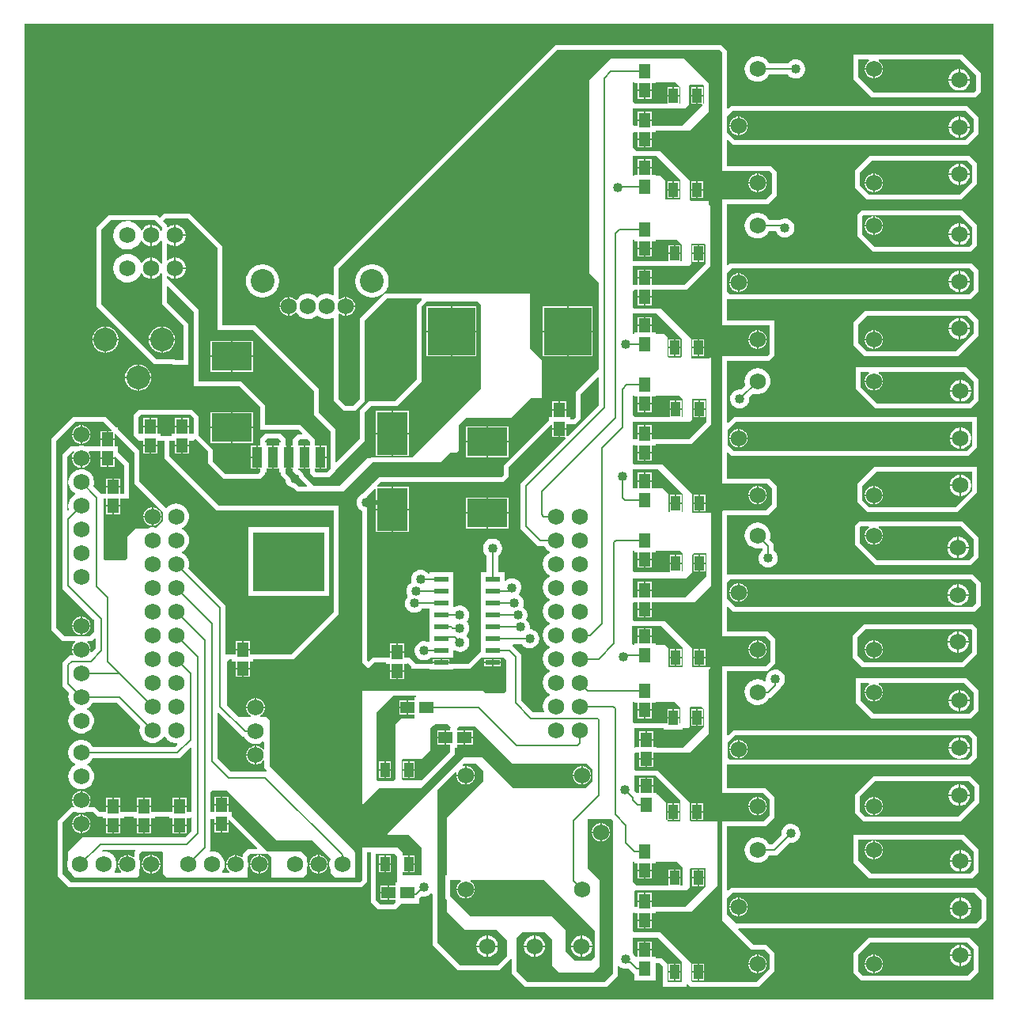
<source format=gbr>
G04 CAM350 V10.0.1 (Build 312) Date:  Fri Jul 29 09:56:06 2016 *
G04 Database: C:\arctmp\odbjob_v7\odbjob_v7.cam *
G04 Layer 3: top *
%FSLAX23Y23*%
%MOIN*%
%SFA1.000B1.000*%

%MIA0B0*%
%IPPOS*%
%ADD11C,0.00800*%
%ADD16R,0.04200X0.08500*%
%ADD19R,0.20000X0.20000*%
%ADD70R,0.13000X0.18000*%
%ADD20R,0.06000X0.02000*%
%ADD21R,0.05000X0.06000*%
%ADD22C,0.04000*%
%ADD23R,0.06000X0.05000*%
%ADD24C,0.06800*%
%ADD25C,0.00500*%
%ADD26R,0.17000X0.12000*%
%ADD27C,0.10000*%
%ADD28R,0.04000X0.06000*%
%ADD29C,0.02000*%
%ADD72R,0.30000X0.25000*%
%LNtop*%
%LPD*%
G36*
X14560Y5815D02*
G01Y9925D01*
X18645*
Y5815*
X14560*
G37*
%LPC*%
G36*
X14847Y8589D02*
G01X14848Y8582D01*
X14850Y8576*
X14853Y8570*
X14856Y8565*
X14860Y8560*
X14864Y8555*
X14869Y8551*
X14874Y8547*
X14880Y8544*
X14886Y8542*
X14892Y8541*
X14899Y8540*
X14905*
X14912Y8541*
X14918Y8542*
X14924Y8544*
X14930Y8547*
X14935Y8551*
X14940Y8555*
X14944Y8560*
X14948Y8565*
X14951Y8570*
X14954Y8576*
X14956Y8582*
X14957Y8589*
Y8595*
Y8601*
X14956Y8608*
X14954Y8614*
X14951Y8620*
X14948Y8625*
X14944Y8630*
X14940Y8635*
X14935Y8639*
X14930Y8643*
X14924Y8646*
X14918Y8648*
X14912Y8649*
X14905Y8650*
X14899*
X14892Y8649*
X14886Y8648*
X14880Y8646*
X14874Y8643*
X14869Y8639*
X14864Y8635*
X14860Y8630*
X14856Y8625*
X14853Y8620*
X14850Y8614*
X14848Y8608*
X14847Y8601*
Y8595*
Y8589*
G37*
G36*
X14985Y8429D02*
G01X14986Y8422D01*
X14988Y8416*
X14991Y8410*
X14994Y8405*
X14998Y8400*
X15002Y8395*
X15007Y8391*
X15012Y8387*
X15018Y8384*
X15024Y8382*
X15030Y8381*
X15037Y8380*
X15043*
X15050Y8381*
X15056Y8382*
X15062Y8384*
X15068Y8387*
X15073Y8391*
X15078Y8395*
X15082Y8400*
X15086Y8405*
X15089Y8410*
X15092Y8416*
X15094Y8422*
X15095Y8429*
Y8435*
Y8441*
X15094Y8448*
X15092Y8454*
X15089Y8460*
X15086Y8465*
X15082Y8470*
X15078Y8475*
X15073Y8479*
X15068Y8483*
X15062Y8486*
X15056Y8488*
X15050Y8489*
X15043Y8490*
X15037*
X15030Y8489*
X15024Y8488*
X15018Y8486*
X15012Y8483*
X15007Y8479*
X15002Y8475*
X14998Y8470*
X14994Y8465*
X14991Y8460*
X14988Y8454*
X14986Y8448*
X14985Y8441*
Y8435*
Y8429*
G37*
G36*
X15525Y8160D02*
G01Y8290D01*
X15345*
Y8160*
X15525*
G37*
G36*
X15494Y8835D02*
G01X15496Y8827D01*
X15497Y8820*
X15500Y8814*
X15503Y8807*
X15507Y8801*
X15512Y8795*
X15517Y8790*
X15523Y8785*
X15529Y8781*
X15536Y8778*
X15542Y8775*
X15549Y8774*
X15557Y8772*
X15564*
X15571*
X15579Y8774*
X15586Y8775*
X15592Y8778*
X15599Y8781*
X15605Y8785*
X15611Y8790*
X15616Y8795*
X15621Y8801*
X15625Y8807*
X15628Y8814*
X15631Y8820*
X15632Y8827*
X15634Y8835*
Y8842*
Y8849*
X15632Y8857*
X15631Y8864*
X15628Y8870*
X15625Y8877*
X15621Y8883*
X15616Y8889*
X15611Y8894*
X15605Y8899*
X15599Y8903*
X15592Y8906*
X15586Y8909*
X15579Y8910*
X15571Y8912*
X15564*
X15557*
X15549Y8910*
X15542Y8909*
X15536Y8906*
X15529Y8903*
X15523Y8899*
X15517Y8894*
X15512Y8889*
X15507Y8883*
X15503Y8877*
X15500Y8870*
X15497Y8864*
X15496Y8857*
X15494Y8849*
Y8842*
Y8835*
G37*
G36*
X15845Y7515D02*
G01Y7805D01*
X15505*
Y7515*
X15845*
G37*
G36*
X17535Y8339D02*
G01X17537Y8334D01*
X17539Y8328*
X17541Y8323*
X17545Y8319*
X17549Y8315*
X17553Y8311*
X17558Y8309*
X17564Y8307*
X17569Y8305*
X17575*
X17580*
X17586Y8306*
X17591Y8308*
X17596Y8311*
X17601Y8314*
X17605Y8318*
X17608Y8323*
X17611Y8328*
X17613Y8333*
X17614Y8338*
X17615Y8344*
Y8350*
Y8351*
X17633Y8369*
X17639Y8367*
X17646Y8366*
X17652*
X17659Y8367*
X17665Y8368*
X17671Y8370*
X17677Y8373*
X17683Y8377*
X17688Y8381*
X17692Y8386*
X17696Y8391*
X17699Y8397*
X17701Y8403*
X17703Y8409*
X17704Y8416*
Y8422*
X17703Y8429*
X17702Y8435*
X17700Y8442*
X17697Y8447*
X17693Y8453*
X17689Y8458*
X17684Y8462*
X17678Y8466*
X17673Y8469*
X17667Y8471*
X17660Y8473*
X17654Y8474*
X17647*
X17641Y8473*
X17634Y8472*
X17628Y8469*
X17622Y8466*
X17617Y8463*
X17612Y8458*
X17608Y8453*
X17604Y8448*
X17601Y8442*
X17598Y8436*
X17597Y8430*
X17596Y8423*
Y8417*
X17597Y8410*
X17598Y8404*
X17599Y8403*
X17581Y8385*
X17580*
X17574*
X17568Y8384*
X17563Y8383*
X17558Y8381*
X17553Y8378*
X17548Y8375*
X17544Y8371*
X17541Y8366*
X17538Y8361*
X17536Y8356*
X17535Y8350*
Y8345*
Y8339*
G37*
G36*
X17597Y6435D02*
G01X17598Y6429D01*
X17601Y6423*
X17604Y6417*
X17607Y6412*
X17611Y6407*
X17616Y6403*
X17621Y6399*
X17627Y6396*
X17633Y6394*
X17639Y6392*
X17646Y6391*
X17652*
X17658Y6392*
X17665Y6393*
X17671Y6395*
X17677Y6398*
X17682Y6401*
X17687Y6406*
X17691Y6410*
X17695Y6415*
X17698Y6421*
X17730*
X17784Y6475*
X17785*
X17791*
X17797Y6476*
X17802Y6477*
X17807Y6479*
X17812Y6482*
X17817Y6485*
X17821Y6489*
X17824Y6494*
X17827Y6499*
X17829Y6504*
X17830Y6510*
Y6515*
Y6521*
X17828Y6526*
X17826Y6532*
X17824Y6537*
X17820Y6541*
X17816Y6545*
X17812Y6549*
X17807Y6551*
X17801Y6553*
X17796Y6555*
X17790*
X17785*
X17779Y6554*
X17774Y6552*
X17769Y6549*
X17764Y6546*
X17760Y6542*
X17757Y6537*
X17754Y6532*
X17752Y6527*
X17751Y6522*
X17750Y6516*
Y6510*
Y6509*
X17710Y6469*
X17698*
X17695Y6475*
X17691Y6480*
X17687Y6484*
X17682Y6489*
X17677Y6492*
X17671Y6495*
X17665Y6497*
X17658Y6498*
X17652Y6499*
X17646*
X17639Y6498*
X17633Y6496*
X17627Y6494*
X17621Y6491*
X17616Y6487*
X17611Y6483*
X17607Y6478*
X17604Y6473*
X17601Y6467*
X17598Y6461*
X17597Y6455*
X17596Y6448*
Y6442*
X17597Y6435*
G37*
G36*
Y7102D02*
G01X17598Y7096D01*
X17600Y7089*
X17603Y7084*
X17606Y7078*
X17611Y7073*
X17615Y7069*
X17620Y7065*
X17626Y7062*
X17632Y7059*
X17638Y7057*
X17645Y7056*
X17651*
X17658Y7057*
X17664Y7058*
X17670Y7060*
X17676Y7063*
X17682Y7066*
X17687Y7070*
X17691Y7075*
X17695Y7080*
X17698Y7086*
X17705*
X17749Y7130*
Y7133*
X17750Y7134*
X17754Y7137*
X17757Y7142*
X17760Y7146*
X17763Y7151*
X17764Y7157*
X17765Y7162*
Y7168*
X17764Y7173*
X17763Y7179*
X17760Y7184*
X17757Y7189*
X17754Y7193*
X17750Y7197*
X17745Y7200*
X17740Y7202*
X17735Y7204*
X17729Y7205*
X17723*
X17718Y7204*
X17713Y7203*
X17707Y7201*
X17703Y7198*
X17698Y7195*
X17694Y7191*
X17691Y7186*
X17688Y7181*
X17687Y7176*
X17685Y7170*
Y7165*
Y7159*
Y7158*
Y7156*
X17684Y7155*
X17682*
X17681*
X17679*
X17674Y7159*
X17668Y7161*
X17661Y7163*
X17655Y7164*
X17648*
X17642Y7163*
X17635Y7162*
X17629Y7160*
X17623Y7157*
X17618Y7154*
X17613Y7149*
X17609Y7145*
X17605Y7139*
X17601Y7134*
X17599Y7128*
X17597Y7121*
X17596Y7115*
Y7109*
X17597Y7102*
G37*
G36*
Y9065D02*
G01X17598Y9059D01*
X17601Y9053*
X17604Y9047*
X17607Y9042*
X17611Y9037*
X17616Y9033*
X17621Y9029*
X17627Y9026*
X17633Y9024*
X17639Y9022*
X17646Y9021*
X17652*
X17658Y9022*
X17665Y9023*
X17671Y9025*
X17677Y9028*
X17682Y9031*
X17687Y9036*
X17691Y9040*
X17695Y9045*
X17698Y9051*
X17728*
X17730Y9046*
X17733Y9041*
X17736Y9037*
X17740Y9034*
X17745Y9030*
X17750Y9028*
X17755Y9026*
X17760Y9025*
X17766*
X17771*
X17776Y9027*
X17781Y9029*
X17786Y9031*
X17791Y9034*
X17795Y9038*
X17798Y9042*
X17801Y9047*
X17803Y9052*
X17804Y9057*
X17805Y9063*
Y9068*
X17804Y9074*
X17803Y9079*
X17800Y9084*
X17797Y9088*
X17794Y9093*
X17790Y9096*
X17785Y9099*
X17781Y9102*
X17775Y9104*
X17770Y9105*
X17765*
X17759*
X17754Y9103*
X17749Y9102*
X17744Y9099*
X17698*
X17695Y9105*
X17691Y9110*
X17687Y9114*
X17682Y9119*
X17677Y9122*
X17671Y9125*
X17665Y9127*
X17658Y9128*
X17652Y9129*
X17646*
X17639Y9128*
X17633Y9126*
X17627Y9124*
X17621Y9121*
X17616Y9117*
X17611Y9113*
X17607Y9108*
X17604Y9103*
X17601Y9097*
X17598Y9091*
X17597Y9085*
X17596Y9078*
Y9072*
X17597Y9065*
G37*
G36*
Y9725D02*
G01X17598Y9719D01*
X17601Y9713*
X17604Y9707*
X17607Y9702*
X17611Y9697*
X17616Y9693*
X17621Y9689*
X17627Y9686*
X17633Y9684*
X17639Y9682*
X17646Y9681*
X17652*
X17658Y9682*
X17665Y9683*
X17671Y9685*
X17677Y9688*
X17682Y9691*
X17687Y9696*
X17691Y9700*
X17695Y9705*
X17698Y9711*
X17778*
X17782Y9707*
X17786Y9703*
X17790Y9700*
X17795Y9698*
X17801Y9696*
X17806Y9695*
X17812*
X17817Y9696*
X17823Y9697*
X17828Y9699*
X17833Y9702*
X17837Y9705*
X17841Y9709*
X17844Y9714*
X17847Y9719*
X17848Y9724*
X17850Y9729*
Y9735*
Y9741*
X17848Y9746*
X17847Y9751*
X17844Y9756*
X17841Y9761*
X17837Y9765*
X17833Y9768*
X17828Y9771*
X17823Y9773*
X17817Y9774*
X17812Y9775*
X17806*
X17801Y9774*
X17795Y9772*
X17790Y9770*
X17786Y9767*
X17782Y9763*
X17778Y9759*
X17698*
X17695Y9765*
X17691Y9770*
X17687Y9774*
X17682Y9779*
X17677Y9782*
X17671Y9785*
X17665Y9787*
X17658Y9788*
X17652Y9789*
X17646*
X17639Y9788*
X17633Y9786*
X17627Y9784*
X17621Y9781*
X17616Y9777*
X17611Y9773*
X17607Y9768*
X17604Y9763*
X17601Y9757*
X17598Y9751*
X17597Y9745*
X17596Y9738*
Y9732*
X17597Y9725*
G37*
G36*
X17596Y7767D02*
G01X17597Y7760D01*
X17598Y7754*
X17601Y7748*
X17604Y7742*
X17607Y7737*
X17612Y7732*
X17617Y7727*
X17622Y7724*
X17628Y7721*
X17634Y7718*
X17640Y7717*
X17647Y7716*
X17653*
X17660Y7717*
X17666Y7718*
X17667Y7719*
X17671Y7715*
Y7707*
X17670Y7706*
X17666Y7703*
X17663Y7698*
X17660Y7694*
X17657Y7689*
X17656Y7683*
X17655Y7678*
Y7672*
X17656Y7667*
X17657Y7662*
X17659Y7657*
X17662Y7652*
X17666Y7648*
X17670Y7644*
X17674Y7641*
X17679Y7638*
X17685Y7636*
X17690Y7635*
X17695*
X17701*
X17706Y7637*
X17712Y7639*
X17716Y7641*
X17721Y7644*
X17725Y7648*
X17728Y7653*
X17731Y7657*
X17733Y7663*
X17734Y7668*
X17735Y7673*
Y7679*
X17734Y7684*
X17732Y7690*
X17730Y7695*
X17727Y7699*
X17723Y7703*
X17719Y7707*
Y7735*
X17701Y7753*
X17702Y7754*
X17703Y7760*
X17704Y7767*
Y7773*
X17703Y7780*
X17702Y7786*
X17699Y7792*
X17696Y7798*
X17693Y7803*
X17688Y7808*
X17683Y7813*
X17678Y7816*
X17672Y7819*
X17666Y7822*
X17660Y7823*
X17653Y7824*
X17647*
X17640Y7823*
X17634Y7822*
X17628Y7819*
X17622Y7816*
X17617Y7813*
X17612Y7808*
X17607Y7803*
X17604Y7798*
X17601Y7792*
X17598Y7786*
X17597Y7780*
X17596Y7773*
Y7767*
G37*
G36*
X18092Y7215D02*
G01X18518D01*
X18575Y7272*
Y7378*
X18558Y7395*
X18097*
X18050Y7348*
Y7257*
X18092Y7215*
G37*
G36*
X18087Y5895D02*
G01X18543D01*
X18580Y5932*
Y6038*
X18543Y6075*
X18117*
X18055Y6013*
Y5927*
X18087Y5895*
G37*
G36*
X18097Y6565D02*
G01X18503D01*
X18585Y6647*
Y6718*
X18548Y6755*
X18137*
X18060Y6678*
Y6602*
X18097Y6565*
G37*
G36*
X18122Y6325D02*
G01X18553D01*
X18580Y6352*
Y6448*
X18518Y6510*
X18055*
Y6392*
X18122Y6325*
G37*
G36*
X18102Y8525D02*
G01X18493D01*
X18580Y8612*
Y8678*
X18543Y8715*
X18102*
X18055Y8668*
Y8572*
X18102Y8525*
G37*
G36*
X18132Y9615D02*
G01X18568D01*
X18590Y9637*
Y9718*
X18513Y9795*
X18055*
Y9692*
X18132Y9615*
G37*
G36*
X18112Y7870D02*
G01X18493D01*
X18575Y7952*
Y8060*
X18142*
X18070Y7988*
Y7912*
X18112Y7870*
G37*
G36*
X18147Y7645D02*
G01X18548D01*
X18580Y7677*
Y7763*
X18513Y7830*
X18077*
X18060Y7813*
Y7732*
X18147Y7645*
G37*
G36*
X18112Y9185D02*
G01X18508D01*
X18575Y9252*
Y9338*
X18543Y9370*
X18122*
X18060Y9308*
Y9237*
X18112Y9185*
G37*
G36*
X18132Y7000D02*
G01X18548D01*
X18580Y7032*
Y7118*
X18528Y7170*
X18065*
Y7067*
X18132Y7000*
G37*
G36*
X18147Y8305D02*
G01X18548D01*
X18580Y8337*
Y8428*
X18528Y8480*
X18065*
Y8387*
X18147Y8305*
G37*
G36*
X18137Y8965D02*
G01X18548D01*
X18575Y8992*
Y9078*
X18513Y9140*
X18087*
X18070Y9123*
Y9032*
X18137Y8965*
G37*
G36*
X14722Y7325D02*
G01X14770D01*
X14772*
X14773Y7324*
X14774Y7322*
Y7321*
Y7319*
X14773Y7318*
X14769Y7314*
X14766Y7310*
X14764Y7305*
X14762Y7300*
X14761Y7295*
Y7290*
Y7285*
X14762Y7280*
X14764Y7275*
X14766Y7270*
X14767Y7268*
Y7267*
X14766Y7265*
X14765Y7264*
X14763*
X14750*
X14721Y7235*
Y7135*
X14749Y7107*
X14748Y7106*
X14747Y7100*
X14746Y7094*
Y7088*
X14747Y7082*
X14748Y7076*
X14750Y7071*
X14752Y7065*
X14755Y7060*
X14759Y7055*
X14763Y7051*
X14768Y7047*
X14773Y7043*
X14774Y7042*
Y7041*
Y7039*
Y7038*
X14773Y7037*
X14767Y7033*
X14762Y7029*
X14758Y7024*
X14754Y7018*
X14751Y7013*
X14749Y7007*
X14747Y7000*
X14746Y6994*
Y6987*
X14747Y6981*
X14748Y6974*
X14751Y6968*
X14754Y6962*
X14757Y6957*
X14762Y6952*
X14767Y6948*
X14772Y6944*
X14778Y6941*
X14784Y6938*
X14790Y6937*
X14797Y6936*
X14803*
X14810Y6937*
X14816Y6938*
X14822Y6941*
X14828Y6944*
X14833Y6948*
X14838Y6952*
X14843Y6957*
X14846Y6962*
X14849Y6968*
X14852Y6974*
X14853Y6981*
X14854Y6987*
Y6994*
X14853Y7000*
X14851Y7007*
X14849Y7013*
X14846Y7018*
X14842Y7024*
X14838Y7029*
X14833Y7033*
X14827Y7037*
X14826Y7038*
Y7039*
Y7041*
Y7042*
X14827Y7043*
X14833Y7047*
X14837Y7051*
X14842Y7056*
X14845Y7061*
X14848Y7066*
X14950*
X15049Y6967*
X15048Y6966*
X15047Y6960*
X15046Y6953*
Y6947*
X15047Y6940*
X15048Y6934*
X15051Y6928*
X15054Y6922*
X15058Y6917*
X15062Y6912*
X15067Y6907*
X15072Y6904*
X15078Y6901*
X15084Y6898*
X15091Y6897*
X15097Y6896*
X15104*
X15110Y6897*
X15117Y6899*
X15123Y6901*
X15128Y6904*
X15134Y6908*
X15139Y6912*
X15143Y6917*
X15147Y6923*
X15148Y6924*
X15149*
X15151*
X15152*
X15153Y6923*
X15157Y6918*
X15160Y6913*
X15165Y6909*
X15169Y6906*
X15174Y6903*
X15179Y6900*
X15185Y6898*
X15191Y6897*
X15196Y6896*
X15202*
X15204*
X15205Y6895*
X15206Y6894*
Y6892*
Y6891*
X15205Y6889*
X15195Y6879*
X14848*
X14845Y6884*
X14842Y6890*
X14837Y6894*
X14832Y6898*
X14827Y6902*
X14822Y6904*
X14816Y6907*
X14810Y6908*
X14803Y6909*
X14797*
X14791Y6908*
X14785Y6907*
X14779Y6905*
X14773Y6902*
X14768Y6899*
X14763Y6895*
X14759Y6890*
X14755Y6885*
X14752Y6880*
X14749Y6874*
X14748Y6868*
X14746Y6862*
Y6855*
Y6849*
X14747Y6843*
X14749Y6837*
X14752Y6831*
X14755Y6826*
X14758Y6821*
X14763Y6816*
X14767Y6812*
X14773Y6808*
X14774Y6807*
Y6806*
Y6804*
Y6803*
X14773Y6802*
X14767Y6798*
X14762Y6794*
X14758Y6789*
X14754Y6783*
X14751Y6778*
X14749Y6772*
X14747Y6765*
X14746Y6759*
Y6752*
X14747Y6746*
X14748Y6739*
X14751Y6733*
X14754Y6727*
X14757Y6722*
X14762Y6717*
X14767Y6713*
X14772Y6709*
X14778Y6706*
X14784Y6703*
X14790Y6702*
X14797Y6701*
X14803*
X14810Y6702*
X14816Y6703*
X14822Y6706*
X14828Y6709*
X14833Y6713*
X14838Y6717*
X14843Y6722*
X14846Y6727*
X14849Y6733*
X14852Y6739*
X14853Y6746*
X14854Y6752*
Y6759*
X14853Y6765*
X14851Y6772*
X14849Y6778*
X14846Y6783*
X14842Y6789*
X14838Y6794*
X14833Y6798*
X14827Y6802*
X14826Y6803*
Y6804*
Y6806*
Y6807*
X14827Y6808*
X14833Y6812*
X14837Y6816*
X14842Y6821*
X14845Y6826*
X14848Y6831*
X15215*
X15259Y6875*
X15260Y6876*
X15262*
X15264*
X15265Y6875*
X15266Y6874*
Y6872*
Y6605*
X15245*
Y6665*
X15185*
Y6605*
X15095*
Y6665*
X15035*
Y6605*
X14965*
Y6665*
X14905*
Y6605*
X14878*
X14858Y6625*
X14834*
X14833*
X14832Y6626*
X14831Y6627*
X14830Y6629*
Y6630*
X14831Y6631*
X14834Y6636*
X14836Y6641*
X14838Y6647*
X14839Y6652*
Y6658*
X14838Y6663*
X14837Y6669*
X14834Y6674*
X14831Y6678*
X14828Y6683*
X14823Y6686*
X14819Y6689*
X14814Y6692*
X14808Y6693*
X14803Y6694*
X14797*
X14792Y6693*
X14786Y6692*
X14781Y6689*
X14777Y6686*
X14772Y6683*
X14769Y6678*
X14766Y6674*
X14763Y6669*
X14762Y6663*
X14761Y6658*
Y6652*
X14762Y6647*
X14764Y6641*
X14766Y6636*
X14769Y6631*
X14770Y6630*
Y6629*
X14769Y6627*
X14768Y6626*
X14767Y6625*
X14766*
X14757*
X14700Y6568*
Y6337*
X14747Y6290*
X15983*
X16005Y6312*
Y6435*
X16020*
Y6227*
X16052Y6195*
X16123*
X16148Y6220*
X16225*
Y6241*
X16235Y6251*
X16236*
X16241Y6250*
X16246*
X16251*
X16256Y6252*
X16261Y6253*
X16265Y6255*
X16269Y6258*
X16273Y6262*
X16274*
X16276Y6263*
X16278Y6262*
X16279*
X16280Y6260*
Y6259*
Y6047*
X16387Y5940*
X16563*
X16608Y5985*
X16609Y5986*
X16611*
X16613*
X16614Y5985*
X16615Y5984*
Y5982*
Y5927*
X16672Y5870*
X17013*
X17060Y5917*
Y5954*
Y5955*
X17061Y5957*
X17062*
X17064Y5958*
X17066Y5957*
X17067*
X17071Y5953*
X17075Y5950*
X17079Y5948*
X17084Y5946*
X17089Y5945*
X17094*
X17100*
X17105Y5946*
X17106*
X17130Y5922*
Y5895*
X17220*
Y5970*
X17237*
X17250Y5957*
Y5870*
X17350*
Y5877*
Y5879*
X17351Y5880*
X17352Y5881*
X17354*
X17356*
X17357Y5880*
X17367Y5870*
X17653*
X17720Y5937*
Y6013*
X17688Y6045*
X17633*
X17570Y6108*
X17569Y6109*
Y6111*
Y6113*
X17570Y6114*
X17571Y6115*
X17573*
X18578*
X18615Y6152*
Y6243*
X18573Y6285*
X17537*
X17527Y6275*
X17526Y6274*
X17524*
X17522*
X17521Y6275*
X17520Y6276*
Y6278*
Y6545*
X17683*
X17720Y6582*
Y6668*
X17683Y6705*
X17520*
Y6802*
Y6804*
X17521Y6805*
X17522Y6806*
X17524*
X17525*
X17527Y6805*
X18543*
X18575Y6837*
Y6923*
X18548Y6950*
X17547*
X17527Y6930*
X17526Y6929*
X17524*
X17522*
X17521Y6930*
X17520Y6931*
Y6933*
Y7200*
X17693*
X17725Y7232*
Y7333*
X17693Y7365*
X17520*
Y7467*
Y7469*
X17521Y7470*
X17522Y7471*
X17524*
X17526*
X17527Y7470*
X17547Y7450*
X18563*
X18590Y7477*
Y7573*
X18558Y7605*
X17527*
X17525Y7604*
X17524*
X17522*
X17521Y7605*
X17520Y7606*
Y7608*
Y7855*
X17693*
X17730Y7892*
Y7978*
X17698Y8010*
X17520*
Y8117*
Y8119*
X17521Y8120*
X17522Y8121*
X17524*
X17526*
X17527Y8120*
X17542Y8105*
X18538*
X18575Y8142*
Y8270*
X17552*
X17527Y8245*
X17526Y8244*
X17524*
X17522*
X17521Y8245*
X17520Y8246*
Y8248*
Y8505*
X17698*
X17720Y8527*
Y8675*
X17520*
Y8762*
Y8764*
X17521Y8765*
X17522Y8766*
X17524*
X17525*
X17527Y8765*
X18548*
X18580Y8797*
Y8888*
X18553Y8915*
X17532*
X17527Y8910*
X17526Y8909*
X17524*
X17522*
X17521Y8910*
X17520Y8911*
Y8913*
Y9165*
X17693*
X17730Y9202*
Y9303*
X17708Y9325*
X17520*
Y9432*
Y9434*
X17521Y9435*
X17522Y9436*
X17524*
X17526*
X17527Y9435*
X17547Y9415*
X18533*
X18580Y9462*
Y9533*
X18533Y9580*
X17537*
X17527Y9570*
X17526Y9569*
X17524*
X17522*
X17521Y9570*
X17520Y9571*
Y9573*
Y9813*
X17498Y9835*
X16797*
X15865Y8903*
Y8787*
Y8786*
X15864Y8784*
X15863Y8783*
X15862*
X15860*
X15859*
X15854Y8786*
X15848Y8787*
X15842Y8789*
X15836*
X15830*
X15824Y8788*
X15818Y8786*
X15813Y8784*
X15807Y8781*
X15802Y8778*
X15798Y8774*
X15796Y8773*
X15795*
X15794*
X15792Y8774*
X15787Y8778*
X15782Y8782*
X15776Y8785*
X15770Y8787*
X15764Y8788*
X15758Y8789*
X15751*
X15745Y8788*
X15739Y8786*
X15733Y8784*
X15727Y8781*
X15722Y8778*
X15717Y8773*
X15713Y8768*
X15709Y8763*
X15708Y8762*
X15707*
X15706Y8761*
X15705*
X15704Y8762*
X15703*
X15698Y8766*
X15694Y8769*
X15689Y8772*
X15683Y8773*
X15678Y8774*
X15672*
X15667Y8773*
X15661Y8772*
X15656Y8769*
X15652Y8766*
X15647Y8763*
X15644Y8758*
X15641Y8754*
X15638Y8749*
X15637Y8743*
X15636Y8738*
Y8732*
X15637Y8727*
X15638Y8721*
X15641Y8716*
X15644Y8712*
X15647Y8707*
X15652Y8704*
X15656Y8701*
X15661Y8698*
X15667Y8697*
X15672Y8696*
X15678*
X15683Y8697*
X15689Y8698*
X15694Y8701*
X15698Y8704*
X15703Y8708*
X15704*
X15705Y8709*
X15706*
X15707Y8708*
X15708*
X15709Y8707*
X15713Y8702*
X15717Y8697*
X15722Y8692*
X15727Y8689*
X15733Y8686*
X15739Y8684*
X15745Y8682*
X15751Y8681*
X15758*
X15764Y8682*
X15770Y8683*
X15776Y8685*
X15782Y8688*
X15787Y8692*
X15792Y8696*
X15794Y8697*
X15795*
X15796*
X15798Y8696*
X15802Y8692*
X15807Y8689*
X15813Y8686*
X15818Y8684*
X15824Y8682*
X15830Y8681*
X15836*
X15842*
X15848Y8683*
X15854Y8684*
X15859Y8687*
X15860*
X15862*
X15863*
X15864Y8686*
X15865Y8684*
Y8683*
Y8337*
X15907Y8295*
X15953*
X15995Y8337*
Y8677*
X16088Y8770*
X16232*
X16234*
X16235Y8769*
X16236Y8768*
Y8766*
Y8764*
X16235Y8763*
X16215Y8743*
Y8428*
X16122Y8335*
X16012*
X15975Y8298*
Y8178*
X15877Y8080*
X15876Y8079*
X15874*
X15872*
X15871Y8080*
X15870Y8081*
Y8083*
Y8218*
X15800Y8288*
Y8388*
X15533Y8655*
X15395*
Y8988*
X15258Y9125*
X15147*
X15130Y9108*
X15118Y9120*
X14917*
X14865Y9068*
Y8737*
X15109Y8492*
X15184*
X15187Y8490*
X15250*
Y8663*
X15160Y8753*
Y8817*
Y8819*
X15161Y8820*
X15162Y8821*
X15164*
X15166*
X15167Y8820*
X15275Y8712*
Y8400*
X15467*
X15555Y8312*
Y8215*
X15717*
X15730Y8202*
X15731Y8201*
Y8199*
Y8197*
X15730Y8196*
X15729Y8195*
X15727*
X15712*
X15690Y8173*
Y8148*
X15660*
Y8178*
X15638Y8200*
X15577*
X15555Y8178*
Y8148*
X15515*
Y8052*
X15555*
Y8038*
X15547Y8030*
X15408*
X15355Y8083*
Y8133*
X15295Y8193*
Y8273*
X15268Y8300*
X15042*
X15020Y8278*
Y8192*
X15042Y8170*
X15060*
Y8115*
X15120*
Y8170*
X15150*
Y8097*
X15372Y7875*
X15865*
Y7448*
X15687Y7270*
X15510*
Y7325*
X15450*
Y7270*
X15417*
X15416Y7269*
X15415Y7268*
X15413*
X15411*
X15410Y7269*
X15409Y7270*
Y7272*
Y7475*
X15251Y7633*
X15252Y7634*
X15253Y7640*
X15254Y7646*
Y7652*
X15253Y7658*
X15252Y7664*
X15250Y7669*
X15248Y7675*
X15245Y7680*
X15241Y7685*
X15237Y7689*
X15232Y7693*
X15227Y7697*
X15226Y7698*
Y7699*
Y7701*
Y7702*
X15227Y7703*
X15233Y7707*
X15237Y7711*
X15242Y7716*
X15245Y7721*
X15248Y7726*
X15251Y7732*
X15253Y7738*
X15254Y7744*
Y7750*
Y7756*
X15253Y7762*
X15251Y7768*
X15248Y7774*
X15245Y7779*
X15242Y7784*
X15237Y7789*
X15233Y7793*
X15227Y7797*
X15226Y7798*
Y7799*
Y7801*
Y7802*
X15227Y7803*
X15233Y7807*
X15237Y7811*
X15241Y7815*
X15245Y7820*
X15248Y7825*
X15251Y7831*
X15252Y7837*
X15254Y7843*
Y7849*
Y7855*
X15253Y7861*
X15251Y7867*
X15249Y7873*
X15246Y7878*
X15243Y7883*
X15238Y7888*
X15233Y7893*
X15228Y7896*
X15222Y7899*
X15216Y7902*
X15209Y7903*
X15203Y7904*
X15196*
X15190Y7903*
X15183Y7901*
X15177Y7899*
X15172Y7896*
X15166Y7892*
X15161Y7888*
X15160Y7887*
X15158*
X15157*
X15156Y7888*
X15045Y7998*
Y8128*
X14955Y8218*
Y8225*
X14948*
X14903Y8270*
X14767*
X14675Y8178*
Y7372*
X14722Y7325*
G37*
%LPD*%
G36*
X15713Y8167D02*
G01X15714Y8168D01*
Y8169*
X15720Y8175*
X15755*
X15765Y8165*
Y8148*
X15716*
Y8163*
X15715*
X15714Y8164*
X15713Y8166*
Y8167*
G37*
G36*
X14826Y7321D02*
G01Y7322D01*
X14827Y7324*
X14828Y7325*
X14843*
X14854Y7336*
X14855*
X14857Y7337*
X14858Y7336*
X14859*
X14860Y7334*
X14861Y7333*
Y7295*
X14844Y7278*
X14840*
X14839Y7279*
X14838Y7281*
Y7283*
X14839Y7287*
Y7292*
X14837Y7302*
X14835Y7306*
X14833Y7311*
X14830Y7315*
X14826Y7319*
Y7321*
G37*
G36*
X15575Y8163D02*
G01Y8170D01*
X15585Y8180*
X15630*
X15640Y8170*
Y8163*
X15634*
Y8148*
X15582*
Y8163*
X15575*
G37*
G36*
X15660Y8033D02*
G01Y8052D01*
X15690*
Y8042*
X15751Y7981*
Y7977*
X15749Y7975*
X15718*
X15660Y8033*
G37*
G36*
X14884Y6440D02*
G01X14890Y6446D01*
X15025*
X15027Y6444*
Y6440*
X15025Y6438*
Y6418*
X15023Y6416*
X15021Y6415*
X15020*
X15019Y6416*
X15014Y6419*
X15004Y6423*
X14999Y6424*
X14993*
X14983Y6422*
X14978Y6420*
X14973Y6417*
X14969Y6414*
X14965Y6410*
X14962Y6406*
X14956Y6391*
Y6380*
X14957Y6375*
X14961Y6365*
X14964Y6361*
X14969Y6356*
Y6353*
X14968Y6351*
X14967Y6350*
X14943*
X14941Y6351*
Y6352*
X14940Y6353*
Y6355*
X14941Y6356*
X14944Y6362*
X14946Y6367*
X14948Y6373*
X14949Y6379*
Y6391*
X14948Y6397*
X14946Y6403*
X14943Y6409*
X14937Y6419*
X14933Y6424*
X14928Y6428*
X14918Y6434*
X14906Y6438*
X14900Y6439*
X14888*
X14887Y6438*
X14884Y6440*
G37*
G36*
X17125Y6985D02*
G01Y7070D01*
X17130*
Y7065*
X17145*
Y7000*
X17205*
Y7065*
X17220*
Y7070*
X17300*
X17325Y7045*
Y6980*
X17320*
Y7038*
X17270*
Y6980*
X17130*
X17125Y6985*
G37*
G36*
Y9600D02*
G01Y9680D01*
X17130*
Y9675*
X17145*
Y9610*
X17205*
Y9675*
X17220*
Y9680*
X17305*
X17325Y9660*
Y9590*
X17320*
Y9658*
X17270*
Y9590*
X17135*
X17125Y9600*
G37*
G36*
Y8925D02*
G01Y9015D01*
X17130*
Y9010*
X17145*
Y8945*
X17205*
Y9010*
X17220*
Y9015*
X17310*
X17330Y8995*
Y8925*
X17325*
Y8993*
X17275*
Y8925*
X17125*
G37*
G36*
Y8280D02*
G01Y8360D01*
X17130*
Y8355*
X17145*
Y8290*
X17205*
Y8355*
X17220*
Y8360*
X17320*
X17335Y8345*
Y8270*
X17330*
Y8338*
X17280*
Y8270*
X17135*
X17125Y8280*
G37*
G36*
Y7620D02*
G01Y7705D01*
X17130*
Y7700*
X17145*
Y7635*
X17205*
Y7700*
X17220*
Y7705*
X17325*
X17335Y7695*
Y7620*
X17333Y7618*
X17331*
X17330Y7619*
Y7688*
X17280*
Y7615*
X17130*
X17125Y7620*
G37*
G36*
X16040Y6235D02*
G01Y6430D01*
X16120*
X16130Y6420*
Y6310*
X16125*
Y6295*
X16060*
Y6235*
X16125*
Y6225*
X16115Y6215*
X16060*
X16040Y6235*
G37*
G36*
X17125Y6310D02*
G01Y6395D01*
X17130*
Y6390*
X17145*
Y6325*
X17205*
Y6390*
X17220*
Y6395*
X17310*
X17335Y6370*
Y6300*
X17330Y6295*
X17325*
Y6363*
X17275*
Y6295*
X17140*
X17125Y6310*
G37*
G36*
X15040Y8200D02*
G01Y8270D01*
X15050Y8280*
X15260*
X15275Y8265*
Y8200*
X15273Y8198*
X15271*
X15270Y8199*
Y8200*
X15255*
Y8265*
X15195*
Y8200*
X15180*
Y8190*
X15135*
Y8200*
X15120*
Y8265*
X15060*
Y8200*
X15045*
Y8199*
X15044Y8198*
X15042*
X15040Y8200*
G37*
G36*
X16845Y8194D02*
G01Y8240D01*
X16883*
X16905Y8262*
Y8367*
X16974Y8436*
X16978*
X16980Y8434*
Y8319*
X16851Y8190*
X16847*
X16845Y8192*
Y8194*
G37*
G36*
X17125Y9285D02*
G01Y9370D01*
X17225*
X17325Y9270*
Y9185*
X17265*
X17260Y9190*
Y9265*
X17240Y9285*
X17220*
Y9290*
X17205*
Y9355*
X17145*
Y9290*
X17130*
Y9285*
X17125*
G37*
G36*
X17120Y7315D02*
G01Y7390D01*
X17245*
X17335Y7300*
Y7220*
X17330Y7215*
X17275*
Y7295*
X17260Y7310*
X17220*
Y7315*
X17205*
Y7380*
X17145*
Y7315*
X17130*
Y7310*
X17125*
X17120Y7315*
G37*
G36*
X17125Y7970D02*
G01Y8050D01*
X17230*
X17335Y7945*
Y7870*
X17330*
Y7942*
X17280*
Y7870*
X17275*
Y7945*
X17250Y7970*
X17205*
Y8035*
X17145*
Y7970*
X17125*
G37*
G36*
Y8620D02*
G01Y8705D01*
X17225*
X17330Y8600*
Y8525*
X17325Y8520*
X17275*
X17270Y8525*
Y8605*
X17255Y8620*
X17220*
Y8625*
X17205*
Y8690*
X17145*
Y8625*
X17130*
Y8620*
X17125*
G37*
G36*
Y6011D02*
G01Y6075D01*
X17230*
X17330Y5975*
Y5890*
X17270*
Y5965*
X17245Y5990*
X17220*
Y5995*
X17205*
Y6060*
X17145*
Y5995*
X17135*
X17133Y5997*
X17131Y6002*
X17128Y6007*
X17125Y6011*
G37*
G36*
X17130Y6694D02*
G01Y6760D01*
X17222*
X17325Y6657*
Y6565*
X17275*
X17271Y6569*
Y6571*
X17272Y6572*
X17320*
Y6642*
X17270*
Y6574*
X17269Y6573*
X17267*
X17265Y6575*
Y6645*
X17230Y6680*
X17225*
Y6685*
X17210*
Y6750*
X17150*
Y6685*
X17139*
X17130Y6694*
G37*
G36*
X15339Y6440D02*
G01X15344Y6445D01*
Y6575*
X15360*
Y6520*
X15420*
Y6569*
X15422Y6571*
X15426*
X15541Y6456*
Y6452*
X15539Y6450*
X15502*
X15480Y6428*
Y6418*
X15478Y6416*
X15476Y6415*
X15475*
X15474Y6416*
X15469Y6419*
X15459Y6423*
X15454Y6424*
X15448*
X15438Y6422*
X15433Y6420*
X15428Y6417*
X15424Y6414*
X15420Y6410*
X15417Y6406*
X15411Y6391*
Y6380*
X15412Y6375*
X15416Y6365*
X15419Y6361*
X15424Y6356*
Y6353*
X15423Y6351*
X15422Y6350*
X15398*
X15396Y6351*
Y6352*
X15395Y6353*
Y6355*
X15396Y6356*
X15399Y6362*
X15401Y6367*
X15403Y6373*
X15404Y6379*
Y6391*
X15403Y6397*
X15401Y6403*
X15398Y6409*
X15392Y6419*
X15388Y6424*
X15383Y6428*
X15373Y6434*
X15361Y6438*
X15355Y6439*
X15343*
X15342Y6438*
X15339Y6440*
G37*
G36*
X16150Y6745D02*
G01Y6825D01*
X16155Y6830*
X16235*
X16270Y6865*
Y6960*
X16280Y6970*
X16285*
X16290Y6975*
X16345*
X16358Y6962*
X16355Y6958*
Y6950*
X16300*
Y6890*
X16355*
Y6858*
X16237Y6740*
X16155*
X16150Y6745*
G37*
G36*
X17130Y6205D02*
G01Y6270D01*
X17135Y6275*
X17350*
X17365Y6290*
Y6365*
X17370Y6370*
X17430*
Y6290*
X17345Y6205*
X17205*
Y6265*
X17145*
Y6205*
X17130*
G37*
G36*
X15374Y6830D02*
G01Y7019D01*
X15376Y7021*
X15380*
X15480Y6921*
X15487*
X15489Y6916*
X15493Y6911*
X15501Y6903*
X15516Y6894*
X15522Y6893*
X15527Y6892*
X15533Y6891*
X15539*
X15551Y6893*
X15556Y6895*
X15566Y6901*
X15567*
X15569Y6902*
X15572Y6899*
Y6870*
X15570Y6868*
X15567*
X15558Y6877*
X15553Y6880*
X15548Y6882*
X15538Y6884*
X15532*
X15522Y6882*
X15517Y6880*
X15513Y6877*
X15508Y6874*
X15505Y6870*
X15502Y6865*
X15499Y6861*
X15497Y6856*
X15496Y6850*
Y6840*
X15497Y6834*
X15499Y6829*
X15502Y6825*
X15505Y6820*
X15508Y6816*
X15513Y6813*
X15517Y6810*
X15522Y6808*
X15532Y6806*
X15538*
X15548Y6808*
X15553Y6810*
X15558Y6813*
X15562Y6817*
X15565Y6821*
X15567Y6822*
X15570*
X15572Y6820*
Y6789*
X15581Y6781*
X15582Y6780*
Y6776*
X15580Y6774*
X15430*
X15374Y6830*
G37*
G36*
X17130Y6875D02*
G01Y6960D01*
X17255*
Y6953*
X17335*
Y6960*
X17360*
X17365Y6965*
Y7045*
X17370Y7050*
X17415*
X17425Y7040*
Y6965*
X17335Y6875*
X17225*
Y6880*
X17210*
Y6945*
X17150*
Y6880*
X17135*
Y6875*
X17130*
G37*
G36*
X17125Y9500D02*
G01Y9570D01*
X17345*
X17360Y9585*
Y9665*
X17365Y9670*
X17422*
X17425Y9667*
Y9590*
X17423Y9588*
X17421*
X17420Y9589*
Y9658*
X17370*
Y9588*
X17415*
X17417Y9586*
Y9582*
X17330Y9495*
X17205*
Y9555*
X17145*
Y9495*
X17130*
X17125Y9500*
G37*
G36*
Y8175D02*
G01Y8250D01*
X17365*
X17375Y8260*
Y8345*
X17435*
Y8248*
X17362Y8175*
X17205*
Y8235*
X17145*
Y8175*
X17125*
G37*
G36*
Y8825D02*
G01Y8905D01*
X17360*
X17370Y8915*
Y9000*
X17425*
X17430Y8995*
Y8915*
X17340Y8825*
X17205*
Y8890*
X17145*
Y8825*
X17125*
G37*
G36*
Y7510D02*
G01Y7590D01*
X17350*
X17375Y7615*
Y7690*
X17380Y7695*
X17435*
Y7600*
X17345Y7510*
X17205*
Y7575*
X17145*
Y7510*
X17125*
G37*
G36*
X14740Y7879D02*
G01Y8102D01*
X14763Y8125*
X14767*
X14769Y8123*
X14770Y8121*
Y8120*
X14769Y8119*
X14766Y8114*
X14762Y8104*
X14761Y8099*
Y8093*
X14763Y8083*
X14765Y8078*
X14768Y8073*
X14771Y8069*
X14775Y8065*
X14779Y8062*
X14784Y8059*
X14789Y8057*
X14795Y8056*
X14805*
X14811Y8057*
X14816Y8059*
X14821Y8062*
X14825Y8065*
X14829Y8069*
X14832Y8073*
X14835Y8078*
X14837Y8083*
X14839Y8093*
Y8099*
X14838Y8104*
X14834Y8114*
X14831Y8119*
X14830Y8120*
Y8121*
X14831Y8123*
X14833Y8125*
X14880*
Y8060*
X14940*
Y8099*
X14942Y8101*
X14946*
X14980Y8067*
Y7945*
X14965*
Y8010*
X14905*
Y7945*
X14884*
X14851Y7978*
X14853Y7984*
X14854Y7990*
Y7997*
X14852Y8009*
X14850Y8015*
X14844Y8027*
X14840Y8032*
X14830Y8040*
X14825Y8043*
X14819Y8046*
X14813Y8048*
X14806Y8049*
X14794*
X14787Y8047*
X14781Y8046*
X14775Y8043*
X14770Y8040*
X14765Y8036*
X14760Y8031*
X14756Y8026*
X14753Y8021*
X14750Y8015*
X14748Y8009*
X14746Y7997*
Y7990*
X14747Y7984*
X14751Y7972*
X14754Y7966*
X14762Y7956*
X14767Y7952*
X14773Y7948*
X14774Y7947*
Y7943*
X14773Y7942*
X14763Y7934*
X14759Y7930*
X14755Y7925*
X14752Y7920*
X14750Y7914*
X14748Y7909*
X14746Y7897*
Y7891*
X14748Y7879*
X14749Y7878*
X14746Y7875*
X14742*
X14740Y7877*
Y7879*
G37*
G36*
X16045Y6740D02*
G01Y7025D01*
X16115Y7095*
X16210*
X16212Y7093*
Y7091*
X16211Y7090*
X16205*
Y7075*
X16140*
Y7015*
X16205*
Y7000*
X16150*
X16125Y6975*
Y6745*
X16115Y6735*
X16050*
X16045Y6740*
G37*
G36*
X18085Y7075D02*
G01Y7150D01*
X18118*
X18119Y7149*
X18120Y7147*
Y7144*
X18119Y7143*
X18114Y7139*
X18110Y7135*
X18107Y7131*
X18104Y7126*
X18103Y7121*
X18101Y7115*
Y7104*
X18107Y7089*
X18111Y7084*
X18115Y7080*
X18119Y7077*
X18124Y7074*
X18129Y7073*
X18134Y7071*
X18146*
X18151Y7073*
X18156Y7074*
X18161Y7077*
X18165Y7080*
X18169Y7084*
X18173Y7089*
X18179Y7104*
Y7115*
X18177Y7121*
X18176Y7126*
X18173Y7131*
X18170Y7135*
X18166Y7139*
X18161Y7143*
X18160Y7144*
Y7147*
X18161Y7149*
X18162Y7150*
X18520*
X18560Y7110*
Y7040*
X18540Y7020*
X18140*
X18085Y7075*
G37*
G36*
X18090Y9040D02*
G01Y9115D01*
X18095Y9120*
X18505*
X18555Y9070*
Y9000*
X18540Y8985*
X18145*
X18090Y9040*
G37*
G36*
X18085Y8395D02*
G01Y8460D01*
X18118*
X18119Y8459*
X18120Y8457*
Y8454*
X18119Y8453*
X18114Y8449*
X18110Y8445*
X18107Y8441*
X18104Y8436*
X18103Y8431*
X18101Y8425*
Y8414*
X18107Y8399*
X18111Y8394*
X18115Y8390*
X18119Y8387*
X18124Y8384*
X18129Y8383*
X18134Y8381*
X18146*
X18151Y8383*
X18156Y8384*
X18161Y8387*
X18165Y8390*
X18169Y8394*
X18173Y8399*
X18179Y8414*
Y8425*
X18177Y8431*
X18176Y8436*
X18173Y8441*
X18170Y8445*
X18166Y8449*
X18161Y8453*
X18160Y8454*
Y8457*
X18161Y8459*
X18162Y8460*
X18520*
X18560Y8420*
Y8345*
X18540Y8325*
X18155*
X18085Y8395*
G37*
G36*
X18075Y5935D02*
G01Y6005D01*
X18125Y6055*
X18535*
X18560Y6030*
Y5940*
X18535Y5915*
X18095*
X18075Y5935*
G37*
G36*
X18070Y7265D02*
G01Y7340D01*
X18105Y7375*
X18550*
X18555Y7370*
Y7280*
X18510Y7235*
X18100*
X18070Y7265*
G37*
G36*
X18080Y9245D02*
G01Y9300D01*
X18130Y9350*
X18535*
X18555Y9330*
Y9260*
X18500Y9205*
X18120*
X18080Y9245*
G37*
G36*
X18075Y9700D02*
G01Y9775D01*
X18118*
X18119Y9774*
X18120Y9772*
Y9769*
X18119Y9768*
X18114Y9764*
X18110Y9760*
X18107Y9756*
X18104Y9751*
X18103Y9746*
X18101Y9740*
Y9729*
X18107Y9714*
X18111Y9709*
X18115Y9705*
X18119Y9702*
X18124Y9699*
X18129Y9698*
X18134Y9696*
X18146*
X18151Y9698*
X18156Y9699*
X18161Y9702*
X18165Y9705*
X18169Y9709*
X18173Y9714*
X18179Y9729*
Y9740*
X18177Y9746*
X18176Y9751*
X18173Y9756*
X18170Y9760*
X18166Y9764*
X18161Y9768*
X18160Y9769*
Y9772*
X18161Y9774*
X18162Y9775*
X18505*
X18570Y9710*
Y9645*
X18560Y9635*
X18140*
X18075Y9700*
G37*
G36*
X18080Y7740D02*
G01Y7805D01*
X18085Y7810*
X18118*
X18119Y7809*
X18120Y7807*
Y7804*
X18119Y7803*
X18114Y7799*
X18110Y7795*
X18107Y7791*
X18104Y7786*
X18103Y7781*
X18101Y7775*
Y7764*
X18107Y7749*
X18111Y7744*
X18115Y7740*
X18119Y7737*
X18124Y7734*
X18129Y7733*
X18134Y7731*
X18146*
X18151Y7733*
X18156Y7734*
X18161Y7737*
X18165Y7740*
X18169Y7744*
X18173Y7749*
X18179Y7764*
Y7775*
X18177Y7781*
X18176Y7786*
X18173Y7791*
X18170Y7795*
X18166Y7799*
X18161Y7803*
X18160Y7804*
Y7807*
X18161Y7809*
X18162Y7810*
X18505*
X18560Y7755*
Y7685*
X18540Y7665*
X18155*
X18080Y7740*
G37*
G36*
X18090Y7920D02*
G01Y7980D01*
X18150Y8040*
X18555*
Y7960*
X18485Y7890*
X18120*
X18090Y7920*
G37*
G36*
X18075Y6400D02*
G01Y6490D01*
X18510*
X18560Y6440*
Y6360*
X18545Y6345*
X18130*
X18075Y6400*
G37*
G36*
Y8580D02*
G01Y8660D01*
X18110Y8695*
X18535*
X18560Y8670*
Y8620*
X18485Y8545*
X18110*
X18075Y8580*
G37*
G36*
X18080Y6610D02*
G01Y6670D01*
X18145Y6735*
X18540*
X18565Y6710*
Y6655*
X18495Y6585*
X18105*
X18080Y6610*
G37*
G36*
X17525Y6835D02*
G01Y6900D01*
X17555Y6930*
X18540*
X18555Y6915*
Y6845*
X18535Y6825*
X17535*
X17525Y6835*
G37*
G36*
X17520Y8800D02*
G01Y8875D01*
X17540Y8895*
X18545*
X18560Y8880*
Y8805*
X18540Y8785*
X17535*
X17520Y8800*
G37*
G36*
Y7505D02*
G01Y7570D01*
X17535Y7585*
X18550*
X18570Y7565*
Y7485*
X18555Y7470*
X17555*
X17520Y7505*
G37*
G36*
X17525Y8150D02*
G01Y8215D01*
X17560Y8250*
X18555*
Y8150*
X18530Y8125*
X17550*
X17525Y8150*
G37*
G36*
X17520Y9470D02*
G01Y9535D01*
X17545Y9560*
X18525*
X18560Y9525*
Y9470*
X18525Y9435*
X17555*
X17520Y9470*
G37*
G36*
X14895Y7670D02*
G01Y7925D01*
X14905*
Y7860*
X14965*
Y7925*
X15000*
Y8075*
X14955Y8120*
Y8145*
X14940*
Y8197*
X14942Y8199*
X14946*
X15025Y8120*
Y7990*
X15145Y7870*
Y7830*
X15116Y7801*
X15115Y7802*
X15103Y7804*
X15097*
X15085Y7802*
X15080Y7800*
X15030*
X14995Y7765*
Y7675*
X14985Y7665*
X14900*
X14895Y7670*
G37*
G36*
X17520Y6175D02*
G01Y6240D01*
X17545Y6265*
X18565*
X18595Y6235*
Y6160*
X18570Y6135*
X17560*
X17520Y6175*
G37*
G36*
X14885Y8745D02*
G01Y9060D01*
X14925Y9100*
X15110*
X15140Y9070*
Y9058*
X15139Y9055*
X15137Y9053*
X15135Y9055*
X15132Y9060*
X15124Y9068*
X15119Y9072*
X15114Y9075*
X15109Y9077*
X15097Y9079*
X15091*
X15085Y9078*
X15079Y9076*
X15074Y9074*
X15069Y9071*
X15064Y9067*
X15060Y9063*
X15057Y9058*
X15055Y9056*
X15052*
X15050Y9058*
X15047Y9064*
X15043Y9070*
X15039Y9075*
X15034Y9080*
X15028Y9084*
X15016Y9090*
X15010Y9092*
X15003Y9094*
X14989*
X14983Y9093*
X14976Y9091*
X14964Y9085*
X14958Y9081*
X14953Y9077*
X14948Y9072*
X14944Y9066*
X14938Y9054*
X14937Y9047*
X14935Y9041*
Y9027*
X14937Y9021*
X14938Y9014*
X14944Y9002*
X14948Y8996*
X14953Y8991*
X14958Y8987*
X14964Y8983*
X14976Y8977*
X14983Y8975*
X14989Y8974*
X15003*
X15010Y8976*
X15016Y8978*
X15028Y8984*
X15034Y8988*
X15039Y8993*
X15043Y8998*
X15047Y9004*
X15050Y9010*
X15052Y9012*
X15055*
X15057Y9010*
X15060Y9005*
X15064Y9001*
X15069Y8997*
X15074Y8994*
X15079Y8992*
X15085Y8990*
X15091Y8989*
X15097*
X15109Y8991*
X15114Y8993*
X15119Y8996*
X15124Y9000*
X15132Y9008*
X15135Y9013*
X15137Y9015*
X15139Y9013*
X15140Y9010*
Y8920*
X15139Y8917*
X15137Y8915*
X15135Y8917*
X15132Y8922*
X15124Y8930*
X15119Y8934*
X15114Y8937*
X15109Y8939*
X15097Y8941*
X15091*
X15085Y8940*
X15079Y8938*
X15074Y8936*
X15069Y8933*
X15064Y8929*
X15060Y8925*
X15057Y8920*
X15055Y8918*
X15052*
X15050Y8920*
X15047Y8926*
X15043Y8932*
X15039Y8937*
X15034Y8942*
X15028Y8946*
X15016Y8952*
X15010Y8954*
X15003Y8956*
X14989*
X14983Y8955*
X14976Y8953*
X14964Y8947*
X14958Y8943*
X14953Y8939*
X14948Y8934*
X14944Y8928*
X14938Y8916*
X14937Y8909*
X14935Y8903*
Y8889*
X14937Y8883*
X14938Y8876*
X14944Y8864*
X14948Y8858*
X14953Y8853*
X14958Y8849*
X14964Y8845*
X14976Y8839*
X14983Y8837*
X14989Y8836*
X15003*
X15010Y8838*
X15016Y8840*
X15028Y8846*
X15034Y8850*
X15039Y8855*
X15043Y8860*
X15047Y8866*
X15050Y8872*
X15052Y8874*
X15055*
X15057Y8872*
X15060Y8867*
X15064Y8863*
X15069Y8859*
X15074Y8856*
X15079Y8854*
X15085Y8852*
X15091Y8851*
X15097*
X15109Y8853*
X15114Y8855*
X15119Y8858*
X15124Y8862*
X15132Y8870*
X15135Y8875*
X15137Y8877*
X15139Y8875*
X15140Y8872*
Y8745*
X15230Y8655*
Y8510*
X15195*
X15193Y8513*
X15118*
X14885Y8745*
G37*
G36*
X16355Y6250D02*
G01Y6320D01*
X16398*
X16399Y6319*
X16400Y6317*
Y6314*
X16399Y6313*
X16394Y6309*
X16390Y6305*
X16387Y6301*
X16384Y6296*
X16383Y6291*
X16381Y6285*
Y6274*
X16387Y6259*
X16391Y6254*
X16395Y6250*
X16399Y6247*
X16404Y6244*
X16409Y6243*
X16414Y6241*
X16426*
X16431Y6243*
X16436Y6244*
X16441Y6247*
X16445Y6250*
X16449Y6254*
X16453Y6259*
X16459Y6274*
Y6285*
X16457Y6291*
X16456Y6296*
X16453Y6301*
X16450Y6305*
X16446Y6309*
X16441Y6313*
X16440Y6314*
Y6317*
X16441Y6319*
X16442Y6320*
X16750*
X16965Y6105*
Y5995*
X16950Y5980*
X16880*
X16840Y6020*
Y6110*
X16785Y6165*
X16440*
X16355Y6250*
G37*
G36*
X14695Y7380D02*
G01Y8170D01*
X14775Y8250*
X14895*
X14929Y8216*
Y8212*
X14927Y8210*
X14880*
Y8145*
X14820*
X14816Y8147*
X14811Y8148*
X14805Y8149*
X14795*
X14785Y8147*
X14780Y8145*
X14755*
X14720Y8110*
Y7545*
X14850Y7415*
X14855*
Y7365*
X14835Y7345*
X14730*
X14695Y7380*
G37*
G36*
X16300Y6055D02*
G01Y6697D01*
X16375Y6772*
X16377Y6773*
X16378*
X16380Y6772*
X16382Y6770*
Y6768*
X16381Y6763*
Y6757*
X16382Y6752*
X16383Y6746*
X16386Y6741*
X16389Y6737*
X16392Y6732*
X16397Y6729*
X16401Y6726*
X16406Y6723*
X16412Y6722*
X16417Y6721*
X16423*
X16428Y6722*
X16434Y6723*
X16439Y6726*
X16443Y6729*
X16448Y6732*
X16451Y6737*
X16454Y6741*
X16457Y6746*
X16458Y6752*
X16459Y6757*
Y6763*
X16458Y6768*
X16457Y6774*
X16454Y6779*
X16451Y6783*
X16448Y6788*
X16443Y6791*
X16439Y6794*
X16434Y6797*
X16428Y6798*
X16423Y6799*
X16417*
X16412Y6798*
X16410*
X16408Y6800*
X16407Y6802*
Y6803*
X16408Y6805*
X16413Y6810*
X16465*
X16495Y6780*
Y6735*
X16340Y6580*
Y6340*
X16335*
Y6242*
X16340Y6237*
Y6185*
X16415Y6110*
X16550*
X16595Y6065*
Y6000*
X16555Y5960*
X16395*
X16300Y6055*
G37*
G36*
X16635Y5935D02*
G01Y6075D01*
X16660Y6100*
X16755*
X16785Y6070*
Y5960*
X16815Y5930*
X16960*
X16985Y5955*
Y6320*
X16935Y6370*
Y6575*
X17035*
X17040Y6570*
Y5925*
X17005Y5890*
X16680*
X16635Y5935*
G37*
G36*
X15716Y8047D02*
G01Y8052D01*
X15765*
Y8032*
X15782Y8015*
X15843*
X15870Y8042*
Y8045*
X15995Y8170*
Y8290*
X16020Y8315*
X16130*
X16235Y8420*
Y8735*
X16255Y8755*
X16470*
X16485Y8740*
Y8390*
X16195Y8100*
X16022*
X16017Y8095*
X16005*
X15890Y7980*
X15780*
X15738Y8022*
X15737Y8026*
X15735Y8030*
X15732Y8034*
X15730Y8037*
X15727Y8040*
X15723Y8042*
X15720Y8045*
X15716Y8047*
G37*
G36*
X15145Y9093D02*
G01Y9095D01*
X15155Y9105*
X15250*
X15375Y8980*
Y8635*
X15525*
X15780Y8380*
Y8280*
X15850Y8210*
Y8050*
X15835Y8035*
X15790*
X15785Y8040*
Y8052*
X15835*
Y8148*
X15785*
Y8175*
X15725Y8235*
X15575*
Y8320*
X15475Y8420*
X15295*
Y8720*
X15160Y8855*
Y8859*
X15161Y8861*
X15162Y8862*
X15165*
X15167Y8861*
X15171Y8858*
X15177Y8855*
X15182Y8853*
X15194Y8851*
X15200*
X15206Y8852*
X15212Y8854*
X15222Y8860*
X15227Y8864*
X15230Y8868*
X15234Y8873*
X15237Y8879*
X15238Y8884*
X15240Y8890*
Y8902*
X15238Y8908*
X15237Y8913*
X15234Y8919*
X15230Y8924*
X15227Y8928*
X15222Y8932*
X15212Y8938*
X15206Y8940*
X15200Y8941*
X15194*
X15182Y8939*
X15177Y8937*
X15171Y8934*
X15167Y8931*
X15165Y8930*
X15162*
X15161Y8931*
X15160Y8933*
Y8997*
X15161Y8999*
X15162Y9000*
X15165*
X15167Y8999*
X15171Y8996*
X15177Y8993*
X15182Y8991*
X15194Y8989*
X15200*
X15206Y8990*
X15212Y8992*
X15222Y8998*
X15227Y9002*
X15230Y9006*
X15234Y9011*
X15237Y9017*
X15238Y9022*
X15240Y9028*
Y9040*
X15238Y9046*
X15237Y9051*
X15234Y9057*
X15230Y9062*
X15227Y9066*
X15222Y9070*
X15212Y9076*
X15206Y9078*
X15200Y9079*
X15194*
X15182Y9077*
X15177Y9075*
X15171Y9072*
X15167Y9069*
X15165Y9068*
X15162*
X15161Y9069*
X15160Y9071*
Y9078*
X15145Y9093*
G37*
G36*
X16005Y7243D02*
G01Y7937D01*
X16034Y7966*
X16038*
X16040Y7964*
Y7785*
X16180*
Y7975*
X16051*
X16049Y7977*
Y7981*
X16063Y7995*
X16578*
X16600Y8017*
Y8057*
X16779Y8236*
X16783*
X16785Y8234*
Y8185*
X16838*
X16840Y8183*
Y8179*
X16651Y7990*
Y7800*
X16725Y7726*
X16752*
X16758Y7716*
X16767Y7707*
X16773Y7703*
X16774Y7702*
Y7698*
X16773Y7697*
X16767Y7693*
X16758Y7684*
X16752Y7674*
X16749Y7668*
X16747Y7662*
X16746Y7656*
Y7644*
X16747Y7638*
X16749Y7632*
X16752Y7626*
X16758Y7616*
X16767Y7607*
X16773Y7603*
X16774Y7602*
Y7598*
X16773Y7597*
X16767Y7593*
X16758Y7584*
X16752Y7574*
X16749Y7568*
X16747Y7562*
X16746Y7556*
Y7544*
X16747Y7538*
X16749Y7532*
X16752Y7526*
X16758Y7516*
X16767Y7507*
X16773Y7503*
X16774Y7502*
Y7498*
X16773Y7497*
X16767Y7493*
X16758Y7484*
X16752Y7474*
X16749Y7468*
X16747Y7462*
X16746Y7456*
Y7444*
X16747Y7438*
X16749Y7432*
X16752Y7426*
X16758Y7416*
X16767Y7407*
X16773Y7403*
X16774Y7402*
Y7398*
X16773Y7397*
X16767Y7393*
X16758Y7384*
X16752Y7374*
X16749Y7368*
X16747Y7362*
X16746Y7356*
Y7344*
X16747Y7338*
X16749Y7332*
X16752Y7326*
X16758Y7316*
X16767Y7307*
X16773Y7303*
X16774Y7302*
Y7298*
X16773Y7297*
X16767Y7293*
X16758Y7284*
X16752Y7274*
X16749Y7268*
X16747Y7262*
X16746Y7256*
Y7244*
X16747Y7238*
X16749Y7232*
X16752Y7226*
X16758Y7216*
X16767Y7207*
X16773Y7203*
X16774Y7202*
Y7198*
X16773Y7197*
X16767Y7193*
X16758Y7184*
X16752Y7174*
X16749Y7168*
X16747Y7162*
X16746Y7156*
Y7144*
X16747Y7138*
X16749Y7132*
X16752Y7126*
X16758Y7116*
X16767Y7107*
X16773Y7103*
X16774Y7102*
Y7098*
X16773Y7097*
X16767Y7093*
X16762Y7089*
X16754Y7079*
X16751Y7073*
X16747Y7061*
X16746Y7055*
Y7048*
X16748Y7036*
X16750Y7030*
Y7026*
X16748Y7024*
X16705*
X16654Y7075*
Y7270*
X16619Y7305*
Y7309*
X16621Y7311*
X16658*
X16661Y7307*
X16665Y7303*
X16670Y7300*
X16680Y7296*
X16685Y7295*
X16695*
X16701Y7296*
X16706Y7298*
X16710Y7301*
X16715Y7304*
X16719Y7307*
X16722Y7311*
X16725Y7316*
X16727Y7320*
X16729Y7326*
X16730Y7331*
Y7341*
X16728Y7347*
X16726Y7352*
X16724Y7356*
X16721Y7361*
X16717Y7364*
X16713Y7368*
X16708Y7370*
X16704Y7373*
X16699Y7374*
X16693Y7375*
X16692*
X16690Y7376*
Y7390*
X16689Y7395*
X16687Y7400*
X16685Y7404*
X16682Y7409*
X16679Y7413*
X16675Y7416*
X16677Y7421*
X16679Y7425*
X16680Y7430*
Y7440*
X16679Y7445*
X16677Y7450*
X16675Y7454*
X16672Y7459*
X16669Y7462*
X16666Y7466*
X16662Y7469*
X16663Y7473*
X16664Y7478*
X16665Y7482*
Y7487*
X16664Y7492*
X16663Y7496*
X16662Y7501*
X16660Y7505*
X16654Y7513*
X16651Y7516*
X16647Y7519*
X16645Y7521*
Y7523*
X16646Y7525*
X16649Y7529*
X16655Y7544*
Y7555*
X16654Y7560*
X16650Y7570*
X16647Y7574*
X16639Y7582*
X16635Y7585*
X16625Y7589*
X16620Y7590*
X16609*
X16604Y7588*
X16599Y7587*
X16594Y7584*
X16590Y7581*
X16588Y7580*
X16585*
X16584Y7581*
X16583Y7583*
Y7615*
X16557*
Y7685*
X16565Y7693*
X16568Y7697*
X16570Y7702*
X16572Y7708*
X16573Y7713*
Y7719*
X16572Y7724*
X16571Y7730*
X16569Y7735*
X16566Y7740*
X16563Y7744*
X16559Y7748*
X16549Y7754*
X16544Y7755*
X16539Y7757*
X16527*
X16522Y7755*
X16517Y7754*
X16507Y7748*
X16503Y7744*
X16500Y7740*
X16497Y7735*
X16495Y7730*
X16494Y7724*
X16493Y7719*
Y7713*
X16494Y7708*
X16496Y7702*
X16498Y7697*
X16501Y7693*
X16509Y7685*
Y7615*
X16483*
Y7280*
X16482*
X16432Y7230*
X16352*
Y7250*
X16282*
Y7230*
X16208*
X16183Y7255*
X16160*
Y7315*
X16100*
Y7255*
X16027*
X16010Y7238*
X16005Y7243*
G37*
G36*
X14720Y6345D02*
G01Y6560D01*
X14765Y6605*
X14780*
X14785Y6603*
X14797Y6601*
X14803*
X14815Y6603*
X14820Y6605*
X14850*
X14870Y6585*
X14890*
Y6580*
X14905*
Y6515*
X14965*
Y6580*
X14980*
Y6585*
X15020*
Y6580*
X15035*
Y6515*
X15095*
Y6580*
X15110*
Y6585*
X15170*
Y6580*
X15185*
Y6515*
X15245*
Y6580*
X15260*
Y6581*
X15261Y6582*
X15263*
X15265Y6580*
Y6524*
X15241Y6500*
X14805*
X14745Y6440*
Y6405*
X14743Y6401*
X14742Y6396*
X14741Y6390*
Y6380*
X14743Y6370*
X14745Y6365*
Y6360*
X14750Y6355*
X14753Y6351*
X14761Y6343*
X14765Y6340*
X14775Y6330*
X15035*
X15045Y6340*
Y6365*
X15047Y6370*
X15049Y6382*
Y6388*
X15047Y6400*
X15045Y6405*
Y6430*
X15055Y6440*
X15140*
X15145Y6435*
Y6345*
X15160Y6330*
X15500*
Y6365*
X15502Y6369*
X15503Y6374*
X15504Y6380*
Y6390*
X15502Y6400*
X15500Y6405*
Y6420*
X15510Y6430*
X15585*
X15600Y6415*
Y6330*
X15735*
X15750Y6345*
Y6365*
X15752Y6370*
X15754Y6382*
Y6388*
X15752Y6400*
X15750Y6405*
Y6415*
X15725Y6440*
X15585*
X15435Y6590*
Y6605*
X15420*
Y6670*
X15360*
Y6605*
X15345*
X15344Y6606*
Y6689*
X15350Y6695*
X15415*
X15625Y6485*
X15775*
X15850Y6410*
Y6405*
X15848Y6400*
X15846Y6388*
Y6382*
X15848Y6370*
X15850Y6365*
Y6350*
X15870Y6330*
X15955*
Y6435*
X15593Y6798*
Y6993*
X15580Y7005*
X15557*
X15556Y7006*
X15555Y7008*
Y7011*
X15556Y7012*
X15561Y7016*
X15565Y7020*
X15568Y7024*
X15571Y7029*
X15572Y7034*
X15574Y7040*
Y7051*
X15568Y7066*
X15564Y7071*
X15560Y7075*
X15556Y7078*
X15551Y7081*
X15546Y7082*
X15541Y7084*
X15529*
X15524Y7082*
X15519Y7081*
X15514Y7078*
X15510Y7075*
X15506Y7071*
X15502Y7066*
X15496Y7051*
Y7040*
X15498Y7034*
X15499Y7029*
X15502Y7024*
X15505Y7020*
X15509Y7016*
X15514Y7012*
X15515Y7011*
Y7008*
X15514Y7006*
X15513Y7005*
X15465*
X15415Y7055*
Y7240*
X15425Y7250*
X15435*
Y7240*
X15450*
Y7175*
X15510*
Y7240*
X15525*
Y7250*
X15695*
X15885Y7440*
Y7895*
X15380*
X15170Y8105*
Y8170*
X15195*
Y8115*
X15255*
Y8170*
X15273*
X15282Y8178*
X15335Y8125*
Y8075*
X15400Y8010*
X15555*
X15575Y8030*
Y8037*
X15582*
Y8052*
X15634*
Y8037*
X15640*
Y8025*
X15660Y8005*
X15661Y8000*
X15665Y7990*
X15668Y7986*
X15676Y7978*
X15680Y7975*
X15690Y7971*
X15695Y7970*
X15710Y7955*
X15905*
X16030Y8080*
X16315*
X16355Y8120*
X16380*
X16390Y8130*
Y8235*
X16420Y8265*
X16610*
X16695Y8350*
X16740*
Y8510*
X16690Y8560*
Y8790*
X16080*
X15975Y8685*
Y8345*
X15945Y8315*
X15915*
X15885Y8345*
Y8702*
X15887Y8704*
X15889Y8705*
X15890*
X15891Y8704*
X15896Y8701*
X15906Y8697*
X15911Y8696*
X15917*
X15927Y8698*
X15932Y8700*
X15937Y8703*
X15941Y8706*
X15945Y8710*
X15948Y8714*
X15951Y8719*
X15953Y8724*
X15954Y8730*
Y8740*
X15953Y8746*
X15951Y8751*
X15948Y8756*
X15945Y8760*
X15941Y8764*
X15937Y8767*
X15932Y8770*
X15927Y8772*
X15917Y8774*
X15911*
X15906Y8773*
X15896Y8769*
X15891Y8766*
X15890Y8765*
X15889*
X15887Y8766*
X15885Y8768*
Y8895*
X16805Y9815*
X17490*
X17500Y9805*
Y9305*
X17700*
X17710Y9295*
Y9210*
X17685Y9185*
X17500*
Y8655*
X17700*
Y8535*
X17690Y8525*
X17500*
Y7989*
X17501Y7988*
X17503*
X17505Y7990*
X17690*
X17710Y7970*
Y7900*
X17685Y7875*
X17505*
X17500Y7870*
Y7345*
X17685*
X17705Y7325*
Y7240*
X17685Y7220*
X17500*
Y6685*
X17675*
X17700Y6660*
Y6590*
X17675Y6565*
X17500*
Y6150*
X17625Y6025*
X17680*
X17700Y6005*
Y5945*
X17645Y5890*
X17375*
X17370Y5895*
Y5970*
X17240Y6100*
X17130*
X17125Y6105*
Y6180*
X17127Y6182*
X17129*
X17130Y6181*
Y6180*
X17145*
Y6115*
X17205*
Y6180*
X17220*
Y6185*
X17370*
X17480Y6295*
Y6565*
X17370*
X17365Y6570*
Y6645*
X17230Y6780*
X17135*
X17130Y6785*
Y6850*
X17135Y6855*
X17150*
Y6795*
X17210*
Y6855*
X17365*
X17445Y6935*
Y7205*
X17452Y7212*
Y7214*
X17451Y7215*
X17375*
Y7295*
X17260Y7410*
X17130*
X17125Y7415*
Y7485*
X17130Y7490*
X17145*
Y7425*
X17205*
Y7490*
X17385*
X17455Y7560*
Y7865*
X17375*
Y7945*
X17250Y8070*
X17130*
X17125Y8075*
Y8150*
X17127Y8152*
X17129*
X17130Y8151*
Y8150*
X17145*
Y8085*
X17205*
Y8150*
X17220*
Y8155*
X17370*
X17455Y8240*
Y8521*
X17454Y8522*
X17452*
X17445Y8515*
X17375*
X17370Y8520*
Y8600*
X17245Y8725*
X17130*
X17125Y8730*
Y8800*
X17130Y8805*
X17145*
Y8740*
X17205*
Y8805*
X17350*
X17450Y8905*
Y9160*
X17445Y9165*
Y9180*
X17370*
X17365Y9185*
Y9265*
X17240Y9390*
X17140*
X17125Y9405*
Y9465*
X17130Y9470*
X17145*
Y9405*
X17205*
Y9470*
X17220*
Y9475*
X17365*
X17445Y9555*
Y9675*
X17340Y9780*
X17030*
X16940Y9690*
Y8875*
X16980Y8835*
Y8470*
X16885Y8375*
Y8270*
X16875Y8260*
X16860*
Y8270*
X16845*
Y8335*
X16785*
Y8270*
X16770*
Y8255*
X16580Y8065*
Y8025*
X16570Y8015*
X16055*
X16030Y7990*
X16025*
Y7985*
X15988Y7948*
X15983Y7946*
X15978Y7943*
X15974Y7940*
X15970Y7936*
X15967Y7932*
X15964Y7927*
X15962Y7922*
X15961Y7917*
X15960Y7911*
Y7906*
X15961Y7901*
X15965Y7891*
X15968Y7886*
X15976Y7878*
X15980Y7875*
X15985Y7873*
Y7235*
X16010Y7210*
X16035Y7235*
X16085*
Y7230*
X16100*
Y7165*
X16160*
Y7230*
X16175*
Y7231*
X16176Y7232*
X16178*
X16190Y7220*
Y7210*
X16267*
Y7205*
X16367*
Y7210*
X16440*
X16485Y7255*
X16580*
X16590Y7245*
Y7115*
X16580Y7105*
X16505*
X16495Y7115*
X15985*
Y6639*
X15986Y6638*
X15988*
X16055Y6705*
X16230*
X16375Y6850*
Y6875*
X16385*
Y6890*
X16450*
Y6950*
X16385*
Y6960*
X16390Y6965*
X16460*
X16615Y6810*
X16930*
X16955Y6785*
Y6735*
X16925Y6705*
X16620*
X16490Y6835*
X16410*
X16090Y6515*
Y6510*
X16180*
X16235Y6455*
Y6340*
X16155*
Y6352*
X16205*
Y6422*
X16155*
Y6435*
X16135Y6455*
X15985*
Y6320*
X15975Y6310*
X14755*
X14720Y6345*
G37*
%LPC*%
G36*
X16105Y6352D02*
G01Y6422D01*
X16055*
Y6352*
X16105*
G37*
G36*
X17320Y9192D02*
G01Y9262D01*
X17270*
Y9192*
X17320*
G37*
G36*
X17330Y7222D02*
G01Y7292D01*
X17280*
Y7222*
X17330*
G37*
G36*
X17325Y8527D02*
G01Y8597D01*
X17275*
Y8527*
X17325*
G37*
G36*
Y5897D02*
G01Y5967D01*
X17275*
Y5897*
X17325*
G37*
G36*
X16205Y6748D02*
G01Y6818D01*
X16155*
Y6748*
X16205*
G37*
G36*
X17425Y6293D02*
G01Y6363D01*
X17375*
Y6293*
X17425*
G37*
G36*
X17420Y6968D02*
G01Y7038D01*
X17370*
Y6968*
X17420*
G37*
G36*
X17430Y8268D02*
G01Y8338D01*
X17380*
Y8268*
X17430*
G37*
G36*
X17425Y8923D02*
G01Y8993D01*
X17375*
Y8923*
X17425*
G37*
G36*
X17430Y7618D02*
G01Y7688D01*
X17380*
Y7618*
X17430*
G37*
G36*
X16105Y6748D02*
G01Y6818D01*
X16055*
Y6748*
X16105*
G37*
G36*
X18455Y7068D02*
G01X18457Y7062D01*
X18458Y7057*
X18461Y7051*
X18464Y7047*
X18468Y7042*
X18473Y7038*
X18477Y7035*
X18483Y7032*
X18488Y7031*
X18494Y7029*
X18500*
X18506*
X18512Y7031*
X18517Y7032*
X18523Y7035*
X18527Y7038*
X18532Y7042*
X18536Y7047*
X18539Y7051*
X18542Y7057*
X18543Y7062*
X18545Y7068*
Y7074*
Y7080*
X18543Y7086*
X18542Y7091*
X18539Y7097*
X18536Y7101*
X18532Y7106*
X18527Y7110*
X18523Y7113*
X18517Y7116*
X18512Y7117*
X18506Y7119*
X18500*
X18494*
X18488Y7117*
X18483Y7116*
X18477Y7113*
X18473Y7110*
X18468Y7106*
X18464Y7101*
X18461Y7097*
X18458Y7091*
X18457Y7086*
X18455Y7080*
Y7074*
Y7068*
G37*
G36*
Y9033D02*
G01X18457Y9027D01*
X18458Y9022*
X18461Y9016*
X18464Y9012*
X18468Y9007*
X18473Y9003*
X18477Y9000*
X18483Y8997*
X18488Y8996*
X18494Y8994*
X18500*
X18506*
X18512Y8996*
X18517Y8997*
X18523Y9000*
X18527Y9003*
X18532Y9007*
X18536Y9012*
X18539Y9016*
X18542Y9022*
X18543Y9027*
X18545Y9033*
Y9039*
Y9045*
X18543Y9051*
X18542Y9056*
X18539Y9062*
X18536Y9066*
X18532Y9071*
X18527Y9075*
X18523Y9078*
X18517Y9081*
X18512Y9082*
X18506Y9084*
X18500*
X18494*
X18488Y9082*
X18483Y9081*
X18477Y9078*
X18473Y9075*
X18468Y9071*
X18464Y9066*
X18461Y9062*
X18458Y9056*
X18457Y9051*
X18455Y9045*
Y9039*
Y9033*
G37*
G36*
X18101Y9069D02*
G01X18103Y9064D01*
X18105Y9059*
X18107Y9054*
X18111Y9049*
X18114Y9046*
X18119Y9042*
X18124Y9040*
X18129Y9038*
X18134Y9036*
X18140*
X18146*
X18151Y9038*
X18156Y9040*
X18161Y9042*
X18166Y9046*
X18169Y9049*
X18173Y9054*
X18175Y9059*
X18177Y9064*
X18179Y9069*
Y9075*
Y9081*
X18177Y9086*
X18175Y9091*
X18173Y9096*
X18169Y9101*
X18166Y9104*
X18161Y9108*
X18156Y9110*
X18151Y9112*
X18146Y9114*
X18140*
X18134*
X18129Y9112*
X18124Y9110*
X18119Y9108*
X18114Y9104*
X18111Y9101*
X18107Y9096*
X18105Y9091*
X18103Y9086*
X18101Y9081*
Y9075*
Y9069*
G37*
G36*
X18460Y8373D02*
G01X18462Y8367D01*
X18463Y8362*
X18466Y8356*
X18469Y8352*
X18473Y8347*
X18478Y8343*
X18482Y8340*
X18488Y8337*
X18493Y8336*
X18499Y8334*
X18505*
X18511*
X18517Y8336*
X18522Y8337*
X18528Y8340*
X18532Y8343*
X18537Y8347*
X18541Y8352*
X18544Y8356*
X18547Y8362*
X18548Y8367*
X18550Y8373*
Y8379*
Y8385*
X18548Y8391*
X18547Y8396*
X18544Y8402*
X18541Y8406*
X18537Y8411*
X18532Y8415*
X18528Y8418*
X18522Y8421*
X18517Y8422*
X18511Y8424*
X18505*
X18499*
X18493Y8422*
X18488Y8421*
X18482Y8418*
X18478Y8415*
X18473Y8411*
X18469Y8406*
X18466Y8402*
X18463Y8396*
X18462Y8391*
X18460Y8385*
Y8379*
Y8373*
G37*
G36*
Y5995D02*
G01X18462Y5989D01*
X18463Y5984*
X18466Y5978*
X18469Y5974*
X18473Y5969*
X18478Y5965*
X18482Y5962*
X18488Y5959*
X18493Y5958*
X18499Y5956*
X18505*
X18511*
X18517Y5958*
X18522Y5959*
X18528Y5962*
X18532Y5965*
X18537Y5969*
X18541Y5974*
X18544Y5978*
X18547Y5984*
X18548Y5989*
X18550Y5995*
Y6001*
Y6007*
X18548Y6013*
X18547Y6018*
X18544Y6024*
X18541Y6028*
X18537Y6033*
X18532Y6037*
X18528Y6040*
X18522Y6043*
X18517Y6044*
X18511Y6046*
X18505*
X18499*
X18493Y6044*
X18488Y6043*
X18482Y6040*
X18478Y6037*
X18473Y6033*
X18469Y6028*
X18466Y6024*
X18463Y6018*
X18462Y6013*
X18460Y6007*
Y6001*
Y5995*
G37*
G36*
X18101Y5959D02*
G01X18103Y5954D01*
X18105Y5949*
X18107Y5944*
X18111Y5939*
X18114Y5936*
X18119Y5932*
X18124Y5930*
X18129Y5928*
X18134Y5926*
X18140*
X18146*
X18151Y5928*
X18156Y5930*
X18161Y5932*
X18166Y5936*
X18169Y5939*
X18173Y5944*
X18175Y5949*
X18177Y5954*
X18179Y5959*
Y5965*
Y5971*
X18177Y5976*
X18175Y5981*
X18173Y5986*
X18169Y5991*
X18166Y5994*
X18161Y5998*
X18156Y6000*
X18151Y6002*
X18146Y6004*
X18140*
X18134*
X18129Y6002*
X18124Y6000*
X18119Y5998*
X18114Y5994*
X18111Y5991*
X18107Y5986*
X18105Y5981*
X18103Y5976*
X18101Y5971*
Y5965*
Y5959*
G37*
G36*
X18450Y7315D02*
G01X18452Y7309D01*
X18453Y7304*
X18456Y7298*
X18459Y7294*
X18463Y7289*
X18468Y7285*
X18472Y7282*
X18478Y7279*
X18483Y7278*
X18489Y7276*
X18495*
X18501*
X18507Y7278*
X18512Y7279*
X18518Y7282*
X18522Y7285*
X18527Y7289*
X18531Y7294*
X18534Y7298*
X18537Y7304*
X18538Y7309*
X18540Y7315*
Y7321*
Y7327*
X18538Y7333*
X18537Y7338*
X18534Y7344*
X18531Y7348*
X18527Y7353*
X18522Y7357*
X18518Y7360*
X18512Y7363*
X18507Y7364*
X18501Y7366*
X18495*
X18489*
X18483Y7364*
X18478Y7363*
X18472Y7360*
X18468Y7357*
X18463Y7353*
X18459Y7348*
X18456Y7344*
X18453Y7338*
X18452Y7333*
X18450Y7327*
Y7321*
Y7315*
G37*
G36*
X18101Y7284D02*
G01X18103Y7279D01*
X18105Y7274*
X18107Y7269*
X18111Y7264*
X18114Y7261*
X18119Y7257*
X18124Y7255*
X18129Y7253*
X18134Y7251*
X18140*
X18146*
X18151Y7253*
X18156Y7255*
X18161Y7257*
X18166Y7261*
X18169Y7264*
X18173Y7269*
X18175Y7274*
X18177Y7279*
X18179Y7284*
Y7290*
Y7296*
X18177Y7301*
X18175Y7306*
X18173Y7311*
X18169Y7316*
X18166Y7319*
X18161Y7323*
X18156Y7325*
X18151Y7327*
X18146Y7329*
X18140*
X18134*
X18129Y7327*
X18124Y7325*
X18119Y7323*
X18114Y7319*
X18111Y7316*
X18107Y7311*
X18105Y7306*
X18103Y7301*
X18101Y7296*
Y7290*
Y7284*
G37*
G36*
X18455Y9285D02*
G01X18457Y9279D01*
X18458Y9274*
X18461Y9268*
X18464Y9264*
X18468Y9259*
X18473Y9255*
X18477Y9252*
X18483Y9249*
X18488Y9248*
X18494Y9246*
X18500*
X18506*
X18512Y9248*
X18517Y9249*
X18523Y9252*
X18527Y9255*
X18532Y9259*
X18536Y9264*
X18539Y9268*
X18542Y9274*
X18543Y9279*
X18545Y9285*
Y9291*
Y9297*
X18543Y9303*
X18542Y9308*
X18539Y9314*
X18536Y9318*
X18532Y9323*
X18527Y9327*
X18523Y9330*
X18517Y9333*
X18512Y9334*
X18506Y9336*
X18500*
X18494*
X18488Y9334*
X18483Y9333*
X18477Y9330*
X18473Y9327*
X18468Y9323*
X18464Y9318*
X18461Y9314*
X18458Y9308*
X18457Y9303*
X18455Y9297*
Y9291*
Y9285*
G37*
G36*
X18101Y9249D02*
G01X18103Y9244D01*
X18105Y9239*
X18107Y9234*
X18111Y9229*
X18114Y9226*
X18119Y9222*
X18124Y9220*
X18129Y9218*
X18134Y9216*
X18140*
X18146*
X18151Y9218*
X18156Y9220*
X18161Y9222*
X18166Y9226*
X18169Y9229*
X18173Y9234*
X18175Y9239*
X18177Y9244*
X18179Y9249*
Y9255*
Y9261*
X18177Y9266*
X18175Y9271*
X18173Y9276*
X18169Y9281*
X18166Y9284*
X18161Y9288*
X18156Y9290*
X18151Y9292*
X18146Y9294*
X18140*
X18134*
X18129Y9292*
X18124Y9290*
X18119Y9288*
X18114Y9284*
X18111Y9281*
X18107Y9276*
X18105Y9271*
X18103Y9266*
X18101Y9261*
Y9255*
Y9249*
G37*
G36*
X18455Y9683D02*
G01X18457Y9677D01*
X18458Y9672*
X18461Y9666*
X18464Y9662*
X18468Y9657*
X18473Y9653*
X18477Y9650*
X18483Y9647*
X18488Y9646*
X18494Y9644*
X18500*
X18506*
X18512Y9646*
X18517Y9647*
X18523Y9650*
X18527Y9653*
X18532Y9657*
X18536Y9662*
X18539Y9666*
X18542Y9672*
X18543Y9677*
X18545Y9683*
Y9689*
Y9695*
X18543Y9701*
X18542Y9706*
X18539Y9712*
X18536Y9716*
X18532Y9721*
X18527Y9725*
X18523Y9728*
X18517Y9731*
X18512Y9732*
X18506Y9734*
X18500*
X18494*
X18488Y9732*
X18483Y9731*
X18477Y9728*
X18473Y9725*
X18468Y9721*
X18464Y9716*
X18461Y9712*
X18458Y9706*
X18457Y9701*
X18455Y9695*
Y9689*
Y9683*
G37*
G36*
X18450Y7713D02*
G01X18452Y7707D01*
X18453Y7702*
X18456Y7696*
X18459Y7692*
X18463Y7687*
X18468Y7683*
X18472Y7680*
X18478Y7677*
X18483Y7676*
X18489Y7674*
X18495*
X18501*
X18507Y7676*
X18512Y7677*
X18518Y7680*
X18522Y7683*
X18527Y7687*
X18531Y7692*
X18534Y7696*
X18537Y7702*
X18538Y7707*
X18540Y7713*
Y7719*
Y7725*
X18538Y7731*
X18537Y7736*
X18534Y7742*
X18531Y7746*
X18527Y7751*
X18522Y7755*
X18518Y7758*
X18512Y7761*
X18507Y7762*
X18501Y7764*
X18495*
X18489*
X18483Y7762*
X18478Y7761*
X18472Y7758*
X18468Y7755*
X18463Y7751*
X18459Y7746*
X18456Y7742*
X18453Y7736*
X18452Y7731*
X18450Y7725*
Y7719*
Y7713*
G37*
G36*
X18460Y7975D02*
G01X18462Y7969D01*
X18463Y7964*
X18466Y7958*
X18469Y7954*
X18473Y7949*
X18478Y7945*
X18482Y7942*
X18488Y7939*
X18493Y7938*
X18499Y7936*
X18505*
X18511*
X18517Y7938*
X18522Y7939*
X18528Y7942*
X18532Y7945*
X18537Y7949*
X18541Y7954*
X18544Y7958*
X18547Y7964*
X18548Y7969*
X18550Y7975*
Y7981*
Y7987*
X18548Y7993*
X18547Y7998*
X18544Y8004*
X18541Y8008*
X18537Y8013*
X18532Y8017*
X18528Y8020*
X18522Y8023*
X18517Y8024*
X18511Y8026*
X18505*
X18499*
X18493Y8024*
X18488Y8023*
X18482Y8020*
X18478Y8017*
X18473Y8013*
X18469Y8008*
X18466Y8004*
X18463Y7998*
X18462Y7993*
X18460Y7987*
Y7981*
Y7975*
G37*
G36*
X18101Y7934D02*
G01X18103Y7929D01*
X18105Y7924*
X18107Y7919*
X18111Y7914*
X18114Y7911*
X18119Y7907*
X18124Y7905*
X18129Y7903*
X18134Y7901*
X18140*
X18146*
X18151Y7903*
X18156Y7905*
X18161Y7907*
X18166Y7911*
X18169Y7914*
X18173Y7919*
X18175Y7924*
X18177Y7929*
X18179Y7934*
Y7940*
Y7946*
X18177Y7951*
X18175Y7956*
X18173Y7961*
X18169Y7966*
X18166Y7969*
X18161Y7973*
X18156Y7975*
X18151Y7977*
X18146Y7979*
X18140*
X18134*
X18129Y7977*
X18124Y7975*
X18119Y7973*
X18114Y7969*
X18111Y7966*
X18107Y7961*
X18105Y7956*
X18103Y7951*
X18101Y7946*
Y7940*
Y7934*
G37*
G36*
X18460Y6393D02*
G01X18462Y6387D01*
X18463Y6382*
X18466Y6376*
X18469Y6372*
X18473Y6367*
X18478Y6363*
X18482Y6360*
X18488Y6357*
X18493Y6356*
X18499Y6354*
X18505*
X18511*
X18517Y6356*
X18522Y6357*
X18528Y6360*
X18532Y6363*
X18537Y6367*
X18541Y6372*
X18544Y6376*
X18547Y6382*
X18548Y6387*
X18550Y6393*
Y6399*
Y6405*
X18548Y6411*
X18547Y6416*
X18544Y6422*
X18541Y6426*
X18537Y6431*
X18532Y6435*
X18528Y6438*
X18522Y6441*
X18517Y6442*
X18511Y6444*
X18505*
X18499*
X18493Y6442*
X18488Y6441*
X18482Y6438*
X18478Y6435*
X18473Y6431*
X18469Y6426*
X18466Y6422*
X18463Y6416*
X18462Y6411*
X18460Y6405*
Y6399*
Y6393*
G37*
G36*
X18101Y6439D02*
G01X18103Y6434D01*
X18105Y6429*
X18107Y6424*
X18111Y6419*
X18114Y6416*
X18119Y6412*
X18124Y6410*
X18129Y6408*
X18134Y6406*
X18140*
X18146*
X18151Y6408*
X18156Y6410*
X18161Y6412*
X18166Y6416*
X18169Y6419*
X18173Y6424*
X18175Y6429*
X18177Y6434*
X18179Y6439*
Y6445*
Y6451*
X18177Y6456*
X18175Y6461*
X18173Y6466*
X18169Y6471*
X18166Y6474*
X18161Y6478*
X18156Y6480*
X18151Y6482*
X18146Y6484*
X18140*
X18134*
X18129Y6482*
X18124Y6480*
X18119Y6478*
X18114Y6474*
X18111Y6471*
X18107Y6466*
X18105Y6461*
X18103Y6456*
X18101Y6451*
Y6445*
Y6439*
G37*
G36*
X18455Y8635D02*
G01X18457Y8629D01*
X18458Y8624*
X18461Y8618*
X18464Y8614*
X18468Y8609*
X18473Y8605*
X18477Y8602*
X18483Y8599*
X18488Y8598*
X18494Y8596*
X18500*
X18506*
X18512Y8598*
X18517Y8599*
X18523Y8602*
X18527Y8605*
X18532Y8609*
X18536Y8614*
X18539Y8618*
X18542Y8624*
X18543Y8629*
X18545Y8635*
Y8641*
Y8647*
X18543Y8653*
X18542Y8658*
X18539Y8664*
X18536Y8668*
X18532Y8673*
X18527Y8677*
X18523Y8680*
X18517Y8683*
X18512Y8684*
X18506Y8686*
X18500*
X18494*
X18488Y8684*
X18483Y8683*
X18477Y8680*
X18473Y8677*
X18468Y8673*
X18464Y8668*
X18461Y8664*
X18458Y8658*
X18457Y8653*
X18455Y8647*
Y8641*
Y8635*
G37*
G36*
X18101Y8589D02*
G01X18103Y8584D01*
X18105Y8579*
X18107Y8574*
X18111Y8569*
X18114Y8566*
X18119Y8562*
X18124Y8560*
X18129Y8558*
X18134Y8556*
X18140*
X18146*
X18151Y8558*
X18156Y8560*
X18161Y8562*
X18166Y8566*
X18169Y8569*
X18173Y8574*
X18175Y8579*
X18177Y8584*
X18179Y8589*
Y8595*
Y8601*
X18177Y8606*
X18175Y8611*
X18173Y8616*
X18169Y8621*
X18166Y8624*
X18161Y8628*
X18156Y8630*
X18151Y8632*
X18146Y8634*
X18140*
X18134*
X18129Y8632*
X18124Y8630*
X18119Y8628*
X18114Y8624*
X18111Y8621*
X18107Y8616*
X18105Y8611*
X18103Y8606*
X18101Y8601*
Y8595*
Y8589*
G37*
G36*
X18455Y6670D02*
G01X18457Y6664D01*
X18458Y6659*
X18461Y6653*
X18464Y6649*
X18468Y6644*
X18473Y6640*
X18477Y6637*
X18483Y6634*
X18488Y6633*
X18494Y6631*
X18500*
X18506*
X18512Y6633*
X18517Y6634*
X18523Y6637*
X18527Y6640*
X18532Y6644*
X18536Y6649*
X18539Y6653*
X18542Y6659*
X18543Y6664*
X18545Y6670*
Y6676*
Y6682*
X18543Y6688*
X18542Y6693*
X18539Y6699*
X18536Y6703*
X18532Y6708*
X18527Y6712*
X18523Y6715*
X18517Y6718*
X18512Y6719*
X18506Y6721*
X18500*
X18494*
X18488Y6719*
X18483Y6718*
X18477Y6715*
X18473Y6712*
X18468Y6708*
X18464Y6703*
X18461Y6699*
X18458Y6693*
X18457Y6688*
X18455Y6682*
Y6676*
Y6670*
G37*
G36*
X18101Y6624D02*
G01X18103Y6619D01*
X18105Y6614*
X18107Y6609*
X18111Y6604*
X18114Y6601*
X18119Y6597*
X18124Y6595*
X18129Y6593*
X18134Y6591*
X18140*
X18146*
X18151Y6593*
X18156Y6595*
X18161Y6597*
X18166Y6601*
X18169Y6604*
X18173Y6609*
X18175Y6614*
X18177Y6619*
X18179Y6624*
Y6630*
Y6636*
X18177Y6641*
X18175Y6646*
X18173Y6651*
X18169Y6656*
X18166Y6659*
X18161Y6663*
X18156Y6665*
X18151Y6667*
X18146Y6669*
X18140*
X18134*
X18129Y6667*
X18124Y6665*
X18119Y6663*
X18114Y6659*
X18111Y6656*
X18107Y6651*
X18105Y6646*
X18103Y6641*
X18101Y6636*
Y6630*
Y6624*
G37*
G36*
X18455Y6869D02*
G01X18457Y6863D01*
X18458Y6858*
X18461Y6852*
X18464Y6848*
X18468Y6843*
X18473Y6839*
X18477Y6836*
X18483Y6833*
X18488Y6832*
X18494Y6830*
X18500*
X18506*
X18512Y6832*
X18517Y6833*
X18523Y6836*
X18527Y6839*
X18532Y6843*
X18536Y6848*
X18539Y6852*
X18542Y6858*
X18543Y6863*
X18545Y6869*
Y6875*
Y6881*
X18543Y6887*
X18542Y6892*
X18539Y6898*
X18536Y6902*
X18532Y6907*
X18527Y6911*
X18523Y6914*
X18517Y6917*
X18512Y6918*
X18506Y6920*
X18500*
X18494*
X18488Y6918*
X18483Y6917*
X18477Y6914*
X18473Y6911*
X18468Y6907*
X18464Y6902*
X18461Y6898*
X18458Y6892*
X18457Y6887*
X18455Y6881*
Y6875*
Y6869*
G37*
G36*
X17531Y6864D02*
G01X17533Y6859D01*
X17535Y6854*
X17537Y6849*
X17541Y6844*
X17544Y6841*
X17549Y6837*
X17554Y6835*
X17559Y6833*
X17564Y6831*
X17570*
X17576*
X17581Y6833*
X17586Y6835*
X17591Y6837*
X17596Y6841*
X17599Y6844*
X17603Y6849*
X17605Y6854*
X17607Y6859*
X17609Y6864*
Y6870*
Y6876*
X17607Y6881*
X17605Y6886*
X17603Y6891*
X17599Y6896*
X17596Y6899*
X17591Y6903*
X17586Y6905*
X17581Y6907*
X17576Y6909*
X17570*
X17564*
X17559Y6907*
X17554Y6905*
X17549Y6903*
X17544Y6899*
X17541Y6896*
X17537Y6891*
X17535Y6886*
X17533Y6881*
X17531Y6876*
Y6870*
Y6864*
G37*
G36*
X18455Y8834D02*
G01X18457Y8828D01*
X18458Y8823*
X18461Y8817*
X18464Y8813*
X18468Y8808*
X18473Y8804*
X18477Y8801*
X18483Y8798*
X18488Y8797*
X18494Y8795*
X18500*
X18506*
X18512Y8797*
X18517Y8798*
X18523Y8801*
X18527Y8804*
X18532Y8808*
X18536Y8813*
X18539Y8817*
X18542Y8823*
X18543Y8828*
X18545Y8834*
Y8840*
Y8846*
X18543Y8852*
X18542Y8857*
X18539Y8863*
X18536Y8867*
X18532Y8872*
X18527Y8876*
X18523Y8879*
X18517Y8882*
X18512Y8883*
X18506Y8885*
X18500*
X18494*
X18488Y8883*
X18483Y8882*
X18477Y8879*
X18473Y8876*
X18468Y8872*
X18464Y8867*
X18461Y8863*
X18458Y8857*
X18457Y8852*
X18455Y8846*
Y8840*
Y8834*
G37*
G36*
X17531Y8829D02*
G01X17533Y8824D01*
X17535Y8819*
X17537Y8814*
X17541Y8809*
X17544Y8806*
X17549Y8802*
X17554Y8800*
X17559Y8798*
X17564Y8796*
X17570*
X17576*
X17581Y8798*
X17586Y8800*
X17591Y8802*
X17596Y8806*
X17599Y8809*
X17603Y8814*
X17605Y8819*
X17607Y8824*
X17609Y8829*
Y8835*
Y8841*
X17607Y8846*
X17605Y8851*
X17603Y8856*
X17599Y8861*
X17596Y8864*
X17591Y8868*
X17586Y8870*
X17581Y8872*
X17576Y8874*
X17570*
X17564*
X17559Y8872*
X17554Y8870*
X17549Y8868*
X17544Y8864*
X17541Y8861*
X17537Y8856*
X17535Y8851*
X17533Y8846*
X17531Y8841*
Y8835*
Y8829*
G37*
G36*
X18450Y7514D02*
G01X18452Y7508D01*
X18453Y7503*
X18456Y7497*
X18459Y7493*
X18463Y7488*
X18468Y7484*
X18472Y7481*
X18478Y7478*
X18483Y7477*
X18489Y7475*
X18495*
X18501*
X18507Y7477*
X18512Y7478*
X18518Y7481*
X18522Y7484*
X18527Y7488*
X18531Y7493*
X18534Y7497*
X18537Y7503*
X18538Y7508*
X18540Y7514*
Y7520*
Y7526*
X18538Y7532*
X18537Y7537*
X18534Y7543*
X18531Y7547*
X18527Y7552*
X18522Y7556*
X18518Y7559*
X18512Y7562*
X18507Y7563*
X18501Y7565*
X18495*
X18489*
X18483Y7563*
X18478Y7562*
X18472Y7559*
X18468Y7556*
X18463Y7552*
X18459Y7547*
X18456Y7543*
X18453Y7537*
X18452Y7532*
X18450Y7526*
Y7520*
Y7514*
G37*
G36*
X17531Y7524D02*
G01X17533Y7519D01*
X17535Y7514*
X17537Y7509*
X17541Y7504*
X17544Y7501*
X17549Y7497*
X17554Y7495*
X17559Y7493*
X17564Y7491*
X17570*
X17576*
X17581Y7493*
X17586Y7495*
X17591Y7497*
X17596Y7501*
X17599Y7504*
X17603Y7509*
X17605Y7514*
X17607Y7519*
X17609Y7524*
Y7530*
Y7536*
X17607Y7541*
X17605Y7546*
X17603Y7551*
X17599Y7556*
X17596Y7559*
X17591Y7563*
X17586Y7565*
X17581Y7567*
X17576Y7569*
X17570*
X17564*
X17559Y7567*
X17554Y7565*
X17549Y7563*
X17544Y7559*
X17541Y7556*
X17537Y7551*
X17535Y7546*
X17533Y7541*
X17531Y7536*
Y7530*
Y7524*
G37*
G36*
X18460Y8174D02*
G01X18462Y8168D01*
X18463Y8163*
X18466Y8157*
X18469Y8153*
X18473Y8148*
X18478Y8144*
X18482Y8141*
X18488Y8138*
X18493Y8137*
X18499Y8135*
X18505*
X18511*
X18517Y8137*
X18522Y8138*
X18528Y8141*
X18532Y8144*
X18537Y8148*
X18541Y8153*
X18544Y8157*
X18547Y8163*
X18548Y8168*
X18550Y8174*
Y8180*
Y8186*
X18548Y8192*
X18547Y8197*
X18544Y8203*
X18541Y8207*
X18537Y8212*
X18532Y8216*
X18528Y8219*
X18522Y8222*
X18517Y8223*
X18511Y8225*
X18505*
X18499*
X18493Y8223*
X18488Y8222*
X18482Y8219*
X18478Y8216*
X18473Y8212*
X18469Y8207*
X18466Y8203*
X18463Y8197*
X18462Y8192*
X18460Y8186*
Y8180*
Y8174*
G37*
G36*
X17531D02*
G01X17533Y8169D01*
X17535Y8164*
X17537Y8159*
X17541Y8154*
X17544Y8151*
X17549Y8147*
X17554Y8145*
X17559Y8143*
X17564Y8141*
X17570*
X17576*
X17581Y8143*
X17586Y8145*
X17591Y8147*
X17596Y8151*
X17599Y8154*
X17603Y8159*
X17605Y8164*
X17607Y8169*
X17609Y8174*
Y8180*
Y8186*
X17607Y8191*
X17605Y8196*
X17603Y8201*
X17599Y8206*
X17596Y8209*
X17591Y8213*
X17586Y8215*
X17581Y8217*
X17576Y8219*
X17570*
X17564*
X17559Y8217*
X17554Y8215*
X17549Y8213*
X17544Y8209*
X17541Y8206*
X17537Y8201*
X17535Y8196*
X17533Y8191*
X17531Y8186*
Y8180*
Y8174*
G37*
G36*
X18455Y9484D02*
G01X18457Y9478D01*
X18458Y9473*
X18461Y9467*
X18464Y9463*
X18468Y9458*
X18473Y9454*
X18477Y9451*
X18483Y9448*
X18488Y9447*
X18494Y9445*
X18500*
X18506*
X18512Y9447*
X18517Y9448*
X18523Y9451*
X18527Y9454*
X18532Y9458*
X18536Y9463*
X18539Y9467*
X18542Y9473*
X18543Y9478*
X18545Y9484*
Y9490*
Y9496*
X18543Y9502*
X18542Y9507*
X18539Y9513*
X18536Y9517*
X18532Y9522*
X18527Y9526*
X18523Y9529*
X18517Y9532*
X18512Y9533*
X18506Y9535*
X18500*
X18494*
X18488Y9533*
X18483Y9532*
X18477Y9529*
X18473Y9526*
X18468Y9522*
X18464Y9517*
X18461Y9513*
X18458Y9507*
X18457Y9502*
X18455Y9496*
Y9490*
Y9484*
G37*
G36*
X17531Y9489D02*
G01X17533Y9484D01*
X17535Y9479*
X17537Y9474*
X17541Y9469*
X17544Y9466*
X17549Y9462*
X17554Y9460*
X17559Y9458*
X17564Y9456*
X17570*
X17576*
X17581Y9458*
X17586Y9460*
X17591Y9462*
X17596Y9466*
X17599Y9469*
X17603Y9474*
X17605Y9479*
X17607Y9484*
X17609Y9489*
Y9495*
Y9501*
X17607Y9506*
X17605Y9511*
X17603Y9516*
X17599Y9521*
X17596Y9524*
X17591Y9528*
X17586Y9530*
X17581Y9532*
X17576Y9534*
X17570*
X17564*
X17559Y9532*
X17554Y9530*
X17549Y9528*
X17544Y9524*
X17541Y9521*
X17537Y9516*
X17535Y9511*
X17533Y9506*
X17531Y9501*
Y9495*
Y9489*
G37*
G36*
X15061Y7844D02*
G01X15063Y7839D01*
X15065Y7834*
X15067Y7829*
X15071Y7824*
X15074Y7821*
X15079Y7817*
X15084Y7815*
X15089Y7813*
X15094Y7811*
X15100*
X15106*
X15111Y7813*
X15116Y7815*
X15121Y7817*
X15126Y7821*
X15129Y7824*
X15133Y7829*
X15135Y7834*
X15137Y7839*
X15139Y7844*
Y7850*
Y7856*
X15137Y7861*
X15135Y7866*
X15133Y7871*
X15129Y7876*
X15126Y7879*
X15121Y7883*
X15116Y7885*
X15111Y7887*
X15106Y7889*
X15100*
X15094*
X15089Y7887*
X15084Y7885*
X15079Y7883*
X15074Y7879*
X15071Y7876*
X15067Y7871*
X15065Y7866*
X15063Y7861*
X15061Y7856*
Y7850*
Y7844*
G37*
G36*
X18460Y6194D02*
G01X18462Y6188D01*
X18463Y6183*
X18466Y6177*
X18469Y6173*
X18473Y6168*
X18478Y6164*
X18482Y6161*
X18488Y6158*
X18493Y6157*
X18499Y6155*
X18505*
X18511*
X18517Y6157*
X18522Y6158*
X18528Y6161*
X18532Y6164*
X18537Y6168*
X18541Y6173*
X18544Y6177*
X18547Y6183*
X18548Y6188*
X18550Y6194*
Y6200*
Y6206*
X18548Y6212*
X18547Y6217*
X18544Y6223*
X18541Y6227*
X18537Y6232*
X18532Y6236*
X18528Y6239*
X18522Y6242*
X18517Y6243*
X18511Y6245*
X18505*
X18499*
X18493Y6243*
X18488Y6242*
X18482Y6239*
X18478Y6236*
X18473Y6232*
X18469Y6227*
X18466Y6223*
X18463Y6217*
X18462Y6212*
X18460Y6206*
Y6200*
Y6194*
G37*
G36*
X17531Y6199D02*
G01X17533Y6194D01*
X17535Y6189*
X17537Y6184*
X17541Y6179*
X17544Y6176*
X17549Y6172*
X17554Y6170*
X17559Y6168*
X17564Y6166*
X17570*
X17576*
X17581Y6168*
X17586Y6170*
X17591Y6172*
X17596Y6176*
X17599Y6179*
X17603Y6184*
X17605Y6189*
X17607Y6194*
X17609Y6199*
Y6205*
Y6211*
X17607Y6216*
X17605Y6221*
X17603Y6226*
X17599Y6231*
X17596Y6234*
X17591Y6238*
X17586Y6240*
X17581Y6242*
X17576Y6244*
X17570*
X17564*
X17559Y6242*
X17554Y6240*
X17549Y6238*
X17544Y6234*
X17541Y6231*
X17537Y6226*
X17535Y6221*
X17533Y6216*
X17531Y6211*
Y6205*
Y6199*
G37*
G36*
X15085Y8589D02*
G01X15086Y8582D01*
X15088Y8576*
X15091Y8570*
X15094Y8565*
X15098Y8560*
X15102Y8555*
X15107Y8551*
X15112Y8547*
X15118Y8544*
X15124Y8542*
X15130Y8541*
X15137Y8540*
X15143*
X15150Y8541*
X15156Y8542*
X15162Y8544*
X15168Y8547*
X15173Y8551*
X15178Y8555*
X15182Y8560*
X15186Y8565*
X15189Y8570*
X15192Y8576*
X15194Y8582*
X15195Y8589*
Y8595*
Y8601*
X15194Y8608*
X15192Y8614*
X15189Y8620*
X15186Y8625*
X15182Y8630*
X15178Y8635*
X15173Y8639*
X15168Y8643*
X15162Y8646*
X15156Y8648*
X15150Y8649*
X15143Y8650*
X15137*
X15130Y8649*
X15124Y8648*
X15118Y8646*
X15112Y8643*
X15107Y8639*
X15102Y8635*
X15098Y8630*
X15094Y8625*
X15091Y8620*
X15088Y8614*
X15086Y8608*
X15085Y8601*
Y8595*
Y8589*
G37*
G36*
X16864Y6034D02*
G01X16866Y6028D01*
X16867Y6023*
X16870Y6017*
X16873Y6013*
X16877Y6008*
X16882Y6004*
X16886Y6001*
X16892Y5998*
X16897Y5997*
X16903Y5995*
X16909*
X16915*
X16921Y5997*
X16926Y5998*
X16932Y6001*
X16936Y6004*
X16941Y6008*
X16945Y6013*
X16948Y6017*
X16951Y6023*
X16952Y6028*
X16954Y6034*
Y6040*
Y6046*
X16952Y6052*
X16951Y6057*
X16948Y6063*
X16945Y6067*
X16941Y6072*
X16936Y6076*
X16932Y6079*
X16926Y6082*
X16921Y6083*
X16915Y6085*
X16909*
X16903*
X16897Y6083*
X16892Y6082*
X16886Y6079*
X16882Y6076*
X16877Y6072*
X16873Y6067*
X16870Y6063*
X16867Y6057*
X16866Y6052*
X16864Y6046*
Y6040*
Y6034*
G37*
G36*
X14761Y8189D02*
G01X14763Y8184D01*
X14765Y8179*
X14767Y8174*
X14771Y8169*
X14774Y8166*
X14779Y8162*
X14784Y8160*
X14789Y8158*
X14794Y8156*
X14800*
X14806*
X14811Y8158*
X14816Y8160*
X14821Y8162*
X14826Y8166*
X14829Y8169*
X14833Y8174*
X14835Y8179*
X14837Y8184*
X14839Y8189*
Y8195*
Y8201*
X14837Y8206*
X14835Y8211*
X14833Y8216*
X14829Y8221*
X14826Y8224*
X14821Y8228*
X14816Y8230*
X14811Y8232*
X14806Y8234*
X14800*
X14794*
X14789Y8232*
X14784Y8230*
X14779Y8228*
X14774Y8224*
X14771Y8221*
X14767Y8216*
X14765Y8211*
X14763Y8206*
X14761Y8201*
Y8195*
Y8189*
G37*
G36*
Y7384D02*
G01X14763Y7379D01*
X14765Y7374*
X14767Y7369*
X14771Y7364*
X14774Y7361*
X14779Y7357*
X14784Y7355*
X14789Y7353*
X14794Y7351*
X14800*
X14806*
X14811Y7353*
X14816Y7355*
X14821Y7357*
X14826Y7361*
X14829Y7364*
X14833Y7369*
X14835Y7374*
X14837Y7379*
X14839Y7384*
Y7390*
Y7396*
X14837Y7401*
X14835Y7406*
X14833Y7411*
X14829Y7416*
X14826Y7419*
X14821Y7423*
X14816Y7425*
X14811Y7427*
X14806Y7429*
X14800*
X14794*
X14789Y7427*
X14784Y7425*
X14779Y7423*
X14774Y7419*
X14771Y7416*
X14767Y7411*
X14765Y7406*
X14763Y7401*
X14761Y7396*
Y7390*
Y7384*
G37*
G36*
X16466Y6034D02*
G01X16468Y6028D01*
X16469Y6023*
X16472Y6017*
X16475Y6013*
X16479Y6008*
X16484Y6004*
X16488Y6001*
X16494Y5998*
X16499Y5997*
X16505Y5995*
X16511*
X16517*
X16523Y5997*
X16528Y5998*
X16534Y6001*
X16538Y6004*
X16543Y6008*
X16547Y6013*
X16550Y6017*
X16553Y6023*
X16554Y6028*
X16556Y6034*
Y6040*
Y6046*
X16554Y6052*
X16553Y6057*
X16550Y6063*
X16547Y6067*
X16543Y6072*
X16538Y6076*
X16534Y6079*
X16528Y6082*
X16523Y6083*
X16517Y6085*
X16511*
X16505*
X16499Y6083*
X16494Y6082*
X16488Y6079*
X16484Y6076*
X16479Y6072*
X16475Y6067*
X16472Y6063*
X16469Y6057*
X16468Y6052*
X16466Y6046*
Y6040*
Y6034*
G37*
G36*
X16951Y6514D02*
G01X16953Y6509D01*
X16955Y6504*
X16957Y6499*
X16961Y6494*
X16964Y6491*
X16969Y6487*
X16974Y6485*
X16979Y6483*
X16984Y6481*
X16990*
X16996*
X17001Y6483*
X17006Y6485*
X17011Y6487*
X17016Y6491*
X17019Y6494*
X17023Y6499*
X17025Y6504*
X17027Y6509*
X17029Y6514*
Y6520*
Y6526*
X17027Y6531*
X17025Y6536*
X17023Y6541*
X17019Y6546*
X17016Y6549*
X17011Y6553*
X17006Y6555*
X17001Y6557*
X16996Y6559*
X16990*
X16984*
X16979Y6557*
X16974Y6555*
X16969Y6553*
X16964Y6549*
X16961Y6546*
X16957Y6541*
X16955Y6536*
X16953Y6531*
X16951Y6526*
Y6520*
Y6514*
G37*
G36*
X16665Y6034D02*
G01X16667Y6028D01*
X16668Y6023*
X16671Y6017*
X16674Y6013*
X16678Y6008*
X16683Y6004*
X16687Y6001*
X16693Y5998*
X16698Y5997*
X16704Y5995*
X16710*
X16716*
X16722Y5997*
X16727Y5998*
X16733Y6001*
X16737Y6004*
X16742Y6008*
X16746Y6013*
X16749Y6017*
X16752Y6023*
X16753Y6028*
X16755Y6034*
Y6040*
Y6046*
X16753Y6052*
X16752Y6057*
X16749Y6063*
X16746Y6067*
X16742Y6072*
X16737Y6076*
X16733Y6079*
X16727Y6082*
X16722Y6083*
X16716Y6085*
X16710*
X16704*
X16698Y6083*
X16693Y6082*
X16687Y6079*
X16683Y6076*
X16678Y6072*
X16674Y6067*
X16671Y6063*
X16668Y6057*
X16667Y6052*
X16665Y6046*
Y6040*
Y6034*
G37*
G36*
X16465Y8525D02*
G01Y8735D01*
X16255*
Y8525*
X16465*
G37*
G36*
X16180Y8105D02*
G01Y8295D01*
X16040*
Y8105*
X16180*
G37*
G36*
X15525Y8460D02*
G01Y8590D01*
X15345*
Y8460*
X15525*
G37*
G36*
X16600Y7800D02*
G01Y7930D01*
X16420*
Y7800*
X16600*
G37*
G36*
X16165Y7479D02*
G01X16166Y7473D01*
X16168Y7468*
X16171Y7463*
X16174Y7459*
X16178Y7455*
X16182Y7452*
X16187Y7449*
X16192Y7447*
X16198Y7446*
X16203Y7445*
X16208*
X16214Y7446*
X16219Y7448*
X16224Y7450*
X16229Y7453*
X16233Y7457*
X16236Y7461*
X16267*
Y7325*
Y7324*
X16266Y7323*
X16265Y7322*
X16264Y7321*
X16263*
X16261Y7322*
X16256Y7323*
X16251Y7325*
X16246*
X16240*
X16235Y7324*
X16230Y7322*
X16225Y7320*
X16221Y7317*
X16217Y7313*
X16213Y7309*
X16210Y7305*
X16208Y7300*
X16206Y7295*
X16205Y7290*
Y7284*
Y7279*
X16207Y7274*
X16208Y7269*
X16211Y7264*
X16214Y7260*
X16218Y7256*
X16222Y7252*
X16226Y7250*
X16231Y7247*
X16236Y7246*
X16242Y7245*
X16247*
X16252Y7246*
X16258Y7247*
X16263Y7249*
X16267Y7252*
X16271Y7255*
X16367*
Y7283*
Y7284*
X16368Y7286*
X16369Y7287*
X16370*
X16372*
X16373Y7286*
X16378Y7284*
X16383Y7282*
X16389Y7281*
X16394Y7280*
X16400*
X16405Y7281*
X16410Y7283*
X16415Y7285*
X16420Y7289*
X16424Y7292*
X16427Y7296*
X16430Y7301*
X16433Y7306*
X16434Y7311*
X16435Y7317*
Y7322*
X16434Y7328*
X16433Y7333*
X16431Y7338*
X16428Y7343*
X16424Y7347*
X16423Y7349*
Y7350*
Y7351*
X16424Y7353*
X16427Y7357*
X16430Y7361*
X16432Y7365*
X16434Y7370*
X16435Y7375*
Y7380*
Y7385*
X16434Y7390*
X16432Y7395*
X16430Y7399*
X16427Y7404*
X16424Y7408*
X16427Y7412*
X16430Y7416*
X16432Y7421*
X16434Y7426*
X16435Y7431*
Y7436*
X16434Y7442*
X16433Y7447*
X16431Y7452*
X16429Y7456*
X16426Y7461*
X16422Y7464*
X16418Y7468*
X16413Y7470*
X16409Y7473*
X16404Y7474*
X16398Y7475*
X16393*
X16388Y7474*
X16383Y7473*
X16378Y7471*
X16373Y7469*
X16372Y7468*
X16370*
X16369*
X16368Y7469*
X16367Y7471*
Y7472*
Y7615*
X16267*
Y7609*
X16262*
X16261Y7610*
X16258Y7614*
X16254Y7617*
X16250Y7620*
X16245Y7622*
X16240Y7624*
X16235Y7625*
X16230*
X16225*
X16220Y7624*
X16215Y7622*
X16210Y7620*
X16206Y7617*
X16202Y7614*
X16199Y7610*
X16196Y7606*
X16193Y7601*
X16192Y7596*
X16190Y7591*
Y7586*
Y7581*
X16191Y7576*
X16193Y7571*
X16188Y7568*
X16183Y7565*
X16179Y7561*
X16176Y7556*
X16173Y7551*
X16172Y7546*
X16170Y7540*
Y7535*
Y7529*
X16172Y7524*
X16174Y7519*
X16176Y7514*
X16173Y7509*
X16170Y7505*
X16167Y7500*
X16166Y7495*
X16165Y7489*
X16164Y7484*
X16165Y7479*
G37*
G36*
X15056Y6379D02*
G01X15058Y6374D01*
X15060Y6369*
X15062Y6364*
X15066Y6359*
X15069Y6356*
X15074Y6352*
X15079Y6350*
X15084Y6348*
X15089Y6346*
X15095*
X15101*
X15106Y6348*
X15111Y6350*
X15116Y6352*
X15121Y6356*
X15124Y6359*
X15128Y6364*
X15130Y6369*
X15132Y6374*
X15134Y6379*
Y6385*
Y6391*
X15132Y6396*
X15130Y6401*
X15128Y6406*
X15124Y6411*
X15121Y6414*
X15116Y6418*
X15111Y6420*
X15106Y6422*
X15101Y6424*
X15095*
X15089*
X15084Y6422*
X15079Y6420*
X15074Y6418*
X15069Y6414*
X15066Y6411*
X15062Y6406*
X15060Y6401*
X15058Y6396*
X15056Y6391*
Y6385*
Y6379*
G37*
G36*
X15511D02*
G01X15513Y6374D01*
X15515Y6369*
X15517Y6364*
X15521Y6359*
X15524Y6356*
X15529Y6352*
X15534Y6350*
X15539Y6348*
X15544Y6346*
X15550*
X15556*
X15561Y6348*
X15566Y6350*
X15571Y6352*
X15576Y6356*
X15579Y6359*
X15583Y6364*
X15585Y6369*
X15587Y6374*
X15589Y6379*
Y6385*
Y6391*
X15587Y6396*
X15585Y6401*
X15583Y6406*
X15579Y6411*
X15576Y6414*
X15571Y6418*
X15566Y6420*
X15561Y6422*
X15556Y6424*
X15550*
X15544*
X15539Y6422*
X15534Y6420*
X15529Y6418*
X15524Y6414*
X15521Y6411*
X15517Y6406*
X15515Y6401*
X15513Y6396*
X15511Y6391*
Y6385*
Y6379*
G37*
G36*
X15761D02*
G01X15763Y6374D01*
X15765Y6369*
X15767Y6364*
X15771Y6359*
X15774Y6356*
X15779Y6352*
X15784Y6350*
X15789Y6348*
X15794Y6346*
X15800*
X15806*
X15811Y6348*
X15816Y6350*
X15821Y6352*
X15826Y6356*
X15829Y6359*
X15833Y6364*
X15835Y6369*
X15837Y6374*
X15839Y6379*
Y6385*
Y6391*
X15837Y6396*
X15835Y6401*
X15833Y6406*
X15829Y6411*
X15826Y6414*
X15821Y6418*
X15816Y6420*
X15811Y6422*
X15806Y6424*
X15800*
X15794*
X15789Y6422*
X15784Y6420*
X15779Y6418*
X15774Y6414*
X15771Y6411*
X15767Y6406*
X15765Y6401*
X15763Y6396*
X15761Y6391*
Y6385*
Y6379*
G37*
G36*
X15956Y8835D02*
G01X15958Y8827D01*
X15959Y8820*
X15962Y8814*
X15965Y8807*
X15969Y8801*
X15974Y8795*
X15979Y8790*
X15985Y8785*
X15991Y8781*
X15998Y8778*
X16004Y8775*
X16011Y8774*
X16019Y8772*
X16026*
X16033*
X16041Y8774*
X16048Y8775*
X16054Y8778*
X16061Y8781*
X16067Y8785*
X16073Y8790*
X16078Y8795*
X16083Y8801*
X16087Y8807*
X16090Y8814*
X16093Y8820*
X16094Y8827*
X16096Y8835*
Y8842*
Y8849*
X16094Y8857*
X16093Y8864*
X16090Y8870*
X16087Y8877*
X16083Y8883*
X16078Y8889*
X16073Y8894*
X16067Y8899*
X16061Y8903*
X16054Y8906*
X16048Y8909*
X16041Y8910*
X16033Y8912*
X16026*
X16019*
X16011Y8910*
X16004Y8909*
X15998Y8906*
X15991Y8903*
X15985Y8899*
X15979Y8894*
X15974Y8889*
X15969Y8883*
X15965Y8877*
X15962Y8870*
X15959Y8864*
X15958Y8857*
X15956Y8849*
Y8842*
Y8835*
G37*
G36*
X16600Y8100D02*
G01Y8230D01*
X16420*
Y8100*
X16600*
G37*
G36*
X16568Y7220D02*
G01Y7250D01*
X16498*
Y7220*
X16568*
G37*
G36*
X16955Y8525D02*
G01Y8735D01*
X16745*
Y8525*
X16955*
G37*
G36*
X16871Y6754D02*
G01X16873Y6749D01*
X16875Y6744*
X16877Y6739*
X16881Y6734*
X16884Y6731*
X16889Y6727*
X16894Y6725*
X16899Y6723*
X16904Y6721*
X16910*
X16916*
X16921Y6723*
X16926Y6725*
X16931Y6727*
X16936Y6731*
X16939Y6734*
X16943Y6739*
X16945Y6744*
X16947Y6749*
X16949Y6754*
Y6760*
Y6766*
X16947Y6771*
X16945Y6776*
X16943Y6781*
X16939Y6786*
X16936Y6789*
X16931Y6793*
X16926Y6795*
X16921Y6797*
X16916Y6799*
X16910*
X16904*
X16899Y6797*
X16894Y6795*
X16889Y6793*
X16884Y6789*
X16881Y6786*
X16877Y6781*
X16875Y6776*
X16873Y6771*
X16871Y6766*
Y6760*
Y6754*
G37*
G36*
X17420Y6572D02*
G01Y6642D01*
X17370*
Y6572*
X17420*
G37*
G36*
Y9192D02*
G01Y9262D01*
X17370*
Y9192*
X17420*
G37*
G36*
X17425Y5897D02*
G01Y5967D01*
X17375*
Y5897*
X17425*
G37*
G36*
Y8527D02*
G01Y8597D01*
X17375*
Y8527*
X17425*
G37*
G36*
X17430Y7222D02*
G01Y7292D01*
X17380*
Y7222*
X17430*
G37*
G36*
Y7872D02*
G01Y7942D01*
X17380*
Y7872*
X17430*
G37*
G36*
X17611Y5959D02*
G01X17613Y5954D01*
X17615Y5949*
X17617Y5944*
X17621Y5939*
X17624Y5936*
X17629Y5932*
X17634Y5930*
X17639Y5928*
X17644Y5926*
X17650*
X17656*
X17661Y5928*
X17666Y5930*
X17671Y5932*
X17676Y5936*
X17679Y5939*
X17683Y5944*
X17685Y5949*
X17687Y5954*
X17689Y5959*
Y5965*
Y5971*
X17687Y5976*
X17685Y5981*
X17683Y5986*
X17679Y5991*
X17676Y5994*
X17671Y5998*
X17666Y6000*
X17661Y6002*
X17656Y6004*
X17650*
X17644*
X17639Y6002*
X17634Y6000*
X17629Y5998*
X17624Y5994*
X17621Y5991*
X17617Y5986*
X17615Y5981*
X17613Y5976*
X17611Y5971*
Y5965*
Y5959*
G37*
G36*
Y6624D02*
G01X17613Y6619D01*
X17615Y6614*
X17617Y6609*
X17621Y6604*
X17624Y6601*
X17629Y6597*
X17634Y6595*
X17639Y6593*
X17644Y6591*
X17650*
X17656*
X17661Y6593*
X17666Y6595*
X17671Y6597*
X17676Y6601*
X17679Y6604*
X17683Y6609*
X17685Y6614*
X17687Y6619*
X17689Y6624*
Y6630*
Y6636*
X17687Y6641*
X17685Y6646*
X17683Y6651*
X17679Y6656*
X17676Y6659*
X17671Y6663*
X17666Y6665*
X17661Y6667*
X17656Y6669*
X17650*
X17644*
X17639Y6667*
X17634Y6665*
X17629Y6663*
X17624Y6659*
X17621Y6656*
X17617Y6651*
X17615Y6646*
X17613Y6641*
X17611Y6636*
Y6630*
Y6624*
G37*
G36*
Y7284D02*
G01X17613Y7279D01*
X17615Y7274*
X17617Y7269*
X17621Y7264*
X17624Y7261*
X17629Y7257*
X17634Y7255*
X17639Y7253*
X17644Y7251*
X17650*
X17656*
X17661Y7253*
X17666Y7255*
X17671Y7257*
X17676Y7261*
X17679Y7264*
X17683Y7269*
X17685Y7274*
X17687Y7279*
X17689Y7284*
Y7290*
Y7296*
X17687Y7301*
X17685Y7306*
X17683Y7311*
X17679Y7316*
X17676Y7319*
X17671Y7323*
X17666Y7325*
X17661Y7327*
X17656Y7329*
X17650*
X17644*
X17639Y7327*
X17634Y7325*
X17629Y7323*
X17624Y7319*
X17621Y7316*
X17617Y7311*
X17615Y7306*
X17613Y7301*
X17611Y7296*
Y7290*
Y7284*
G37*
G36*
Y7934D02*
G01X17613Y7929D01*
X17615Y7924*
X17617Y7919*
X17621Y7914*
X17624Y7911*
X17629Y7907*
X17634Y7905*
X17639Y7903*
X17644Y7901*
X17650*
X17656*
X17661Y7903*
X17666Y7905*
X17671Y7907*
X17676Y7911*
X17679Y7914*
X17683Y7919*
X17685Y7924*
X17687Y7929*
X17689Y7934*
Y7940*
Y7946*
X17687Y7951*
X17685Y7956*
X17683Y7961*
X17679Y7966*
X17676Y7969*
X17671Y7973*
X17666Y7975*
X17661Y7977*
X17656Y7979*
X17650*
X17644*
X17639Y7977*
X17634Y7975*
X17629Y7973*
X17624Y7969*
X17621Y7966*
X17617Y7961*
X17615Y7956*
X17613Y7951*
X17611Y7946*
Y7940*
Y7934*
G37*
G36*
Y8589D02*
G01X17613Y8584D01*
X17615Y8579*
X17617Y8574*
X17621Y8569*
X17624Y8566*
X17629Y8562*
X17634Y8560*
X17639Y8558*
X17644Y8556*
X17650*
X17656*
X17661Y8558*
X17666Y8560*
X17671Y8562*
X17676Y8566*
X17679Y8569*
X17683Y8574*
X17685Y8579*
X17687Y8584*
X17689Y8589*
Y8595*
Y8601*
X17687Y8606*
X17685Y8611*
X17683Y8616*
X17679Y8621*
X17676Y8624*
X17671Y8628*
X17666Y8630*
X17661Y8632*
X17656Y8634*
X17650*
X17644*
X17639Y8632*
X17634Y8630*
X17629Y8628*
X17624Y8624*
X17621Y8621*
X17617Y8616*
X17615Y8611*
X17613Y8606*
X17611Y8601*
Y8595*
Y8589*
G37*
G36*
Y9249D02*
G01X17613Y9244D01*
X17615Y9239*
X17617Y9234*
X17621Y9229*
X17624Y9226*
X17629Y9222*
X17634Y9220*
X17639Y9218*
X17644Y9216*
X17650*
X17656*
X17661Y9218*
X17666Y9220*
X17671Y9222*
X17676Y9226*
X17679Y9229*
X17683Y9234*
X17685Y9239*
X17687Y9244*
X17689Y9249*
Y9255*
Y9261*
X17687Y9266*
X17685Y9271*
X17683Y9276*
X17679Y9281*
X17676Y9284*
X17671Y9288*
X17666Y9290*
X17661Y9292*
X17656Y9294*
X17650*
X17644*
X17639Y9292*
X17634Y9290*
X17629Y9288*
X17624Y9284*
X17621Y9281*
X17617Y9276*
X17615Y9271*
X17613Y9266*
X17611Y9261*
Y9255*
Y9249*
G37*
G36*
X14761Y6549D02*
G01X14763Y6544D01*
X14765Y6539*
X14767Y6534*
X14771Y6529*
X14774Y6526*
X14779Y6522*
X14784Y6520*
X14789Y6518*
X14794Y6516*
X14800*
X14806*
X14811Y6518*
X14816Y6520*
X14821Y6522*
X14826Y6526*
X14829Y6529*
X14833Y6534*
X14835Y6539*
X14837Y6544*
X14839Y6549*
Y6555*
Y6561*
X14837Y6566*
X14835Y6571*
X14833Y6576*
X14829Y6581*
X14826Y6584*
X14821Y6588*
X14816Y6590*
X14811Y6592*
X14806Y6594*
X14800*
X14794*
X14789Y6592*
X14784Y6590*
X14779Y6588*
X14774Y6584*
X14771Y6581*
X14767Y6576*
X14765Y6571*
X14763Y6566*
X14761Y6561*
Y6555*
Y6549*
G37*
%LPD*%
G54D22*
X15700Y8010D03*
X16000Y7910D03*
X16900Y6950D03*
X16533Y7717D03*
X17575Y8345D03*
X16615Y7550D03*
X17765Y9065D03*
X16625Y7485D03*
X17810Y9735D03*
X16650Y7385D03*
X17650Y7110D03*
X17725Y7165D03*
X16640Y7435D03*
X17695Y7675D03*
X16690Y7335D03*
X17790Y6515D03*
X16230Y7585D03*
X17080Y8020D03*
X16395Y7435D03*
X17085Y7260D03*
X16395Y7380D03*
X17090Y6700D03*
X16395Y7320D03*
X17095Y5985D03*
X16245Y6290D03*
Y7285D03*
X16210Y7535D03*
X17095Y8575D03*
X16204Y7485D03*
X17060Y9235D03*
G54D27*
X14902Y8595D03*
X15140D03*
X15040Y8435D03*
G54D26*
X16510Y8165D03*
Y7865D03*
X15435Y8525D03*
Y8225D03*
G54D24*
X15915Y8735D03*
X15835D03*
X15755D03*
X15675D03*
G54D27*
X15564Y8842D03*
X16026D03*
G54D24*
X16910Y6760D03*
Y6280D03*
X16990Y6520D03*
X16420Y6760D03*
Y6280D03*
X17650Y5965D03*
Y6445D03*
X17570Y6205D03*
X18140Y5965D03*
Y6445D03*
X17650Y6630D03*
Y7110D03*
X17570Y6870D03*
X18140Y6630D03*
Y7110D03*
X17650Y7290D03*
Y7770D03*
X17570Y7530D03*
X18140Y7290D03*
Y7770D03*
X17650Y7940D03*
Y8420D03*
X17570Y8180D03*
X18140Y7940D03*
Y8420D03*
X17650Y8595D03*
Y9075D03*
X17570Y8835D03*
X18140Y8595D03*
Y9075D03*
X17650Y9255D03*
Y9735D03*
X17570Y9495D03*
X18140Y9255D03*
Y9735D03*
X16909Y6040D03*
X16710D03*
X16511D03*
X18505Y6399D03*
Y6200D03*
Y6001D03*
X18500Y7074D03*
Y6875D03*
Y6676D03*
X18495Y7719D03*
Y7520D03*
Y7321D03*
X18505Y8379D03*
Y8180D03*
Y7981D03*
X18500Y9039D03*
Y8840D03*
Y8641D03*
Y9689D03*
Y9490D03*
Y9291D03*
G54D28*
X16180Y6783D03*
X16080D03*
Y6387D03*
X16180D03*
X17400Y6328D03*
X17300D03*
Y5932D03*
X17400D03*
X17395Y7003D03*
X17295D03*
Y6607D03*
X17395D03*
X17405Y7653D03*
X17305D03*
Y7257D03*
X17405D03*
Y8303D03*
X17305D03*
Y7907D03*
X17405D03*
X17400Y8958D03*
X17300D03*
Y8562D03*
X17400D03*
X17395Y9623D03*
X17295D03*
Y9227D03*
X17395D03*
G54D20*
X16317Y7585D03*
Y7535D03*
Y7485D03*
Y7435D03*
Y7385D03*
Y7335D03*
Y7285D03*
Y7235D03*
X16533D03*
Y7285D03*
Y7335D03*
Y7385D03*
Y7435D03*
Y7485D03*
Y7535D03*
Y7585D03*
G54D24*
X15535Y7045D03*
Y6945D03*
Y6845D03*
X15700Y6385D03*
X15800D03*
X15900D03*
X15550D03*
X15450D03*
X15350D03*
X15250D03*
X15095D03*
X14995D03*
X14895D03*
X14795D03*
X14800Y6555D03*
Y6655D03*
Y6755D03*
Y6855D03*
Y7390D03*
Y7290D03*
Y7190D03*
Y7090D03*
Y6990D03*
Y7595D03*
Y7695D03*
Y7795D03*
Y7895D03*
Y7995D03*
Y8095D03*
Y8195D03*
X14995Y8896D03*
X15095D03*
X15195D03*
Y9034D03*
X15095D03*
X14995D03*
G54D21*
X14910Y8095D03*
Y8175D03*
X16130Y7280D03*
Y7200D03*
X15480Y7210D03*
Y7290D03*
X15390Y6555D03*
Y6635D03*
X15215Y6550D03*
Y6630D03*
X15065Y6550D03*
Y6630D03*
X14935Y6550D03*
Y6630D03*
Y7895D03*
Y7975D03*
X16815Y8300D03*
Y8220D03*
G54D23*
X16415Y6920D03*
X16335D03*
G54D21*
X17175Y6150D03*
Y6230D03*
Y6025D03*
Y5945D03*
G54D23*
X16095Y6265D03*
X16175D03*
G54D21*
X17180Y6830D03*
Y6910D03*
Y6715D03*
Y6635D03*
X17175Y7460D03*
Y7540D03*
Y7345D03*
Y7265D03*
Y8120D03*
Y8200D03*
Y8000D03*
Y7920D03*
Y8655D03*
Y8575D03*
Y8775D03*
Y8855D03*
Y9320D03*
Y9240D03*
Y9440D03*
Y9520D03*
X15225Y8150D03*
Y8230D03*
G54D23*
X16255Y7045D03*
X16175D03*
G54D21*
X17175Y6440D03*
Y6360D03*
Y7115D03*
Y7035D03*
Y7750D03*
Y7670D03*
Y8405D03*
Y8325D03*
Y9060D03*
Y8980D03*
Y9725D03*
Y9645D03*
X15090Y8150D03*
Y8230D03*
G54D19*
X16360Y8630D03*
X16850D03*
G54D70*
X16110Y7880D03*
Y8200D03*
G54D16*
X15809Y8100D03*
X15742D03*
X15675D03*
X15608D03*
X15541D03*
G54D72*
X15675Y7660D03*
G54D24*
X15100Y7850D03*
Y7750D03*
Y7650D03*
Y7550D03*
Y7450D03*
Y7350D03*
Y7250D03*
Y7150D03*
Y7050D03*
Y6950D03*
X16900D03*
Y7050D03*
Y7150D03*
Y7250D03*
Y7350D03*
Y7450D03*
Y7550D03*
Y7650D03*
Y7750D03*
Y7850D03*
X15200D03*
Y7750D03*
Y7650D03*
Y7550D03*
Y7450D03*
Y7350D03*
Y7250D03*
Y7150D03*
Y7050D03*
Y6950D03*
X16800D03*
Y7050D03*
Y7150D03*
Y7250D03*
Y7350D03*
Y7450D03*
Y7550D03*
Y7650D03*
Y7750D03*
Y7850D03*
G54D11*
X16317Y7385D02*
G01X16361D01*
Y7385D02*
G01X16366Y7380D01*
Y7380D02*
G01X16395D01*
X17090Y6700D02*
G01X17125Y6665D01*
Y6665D02*
G01Y6656D01*
Y6656D02*
G01X17146Y6635D01*
Y6635D02*
G01X17180D01*
X16317Y7285D02*
G01X16245D01*
X16175Y6260D02*
G01X16210D01*
Y6260D02*
G01X16240Y6290D01*
Y6290D02*
G01X16245D01*
X14800Y7190D02*
G01X14960D01*
Y7190D02*
G01X15100Y7050D01*
X14800Y7995D02*
G01X14865Y7930D01*
Y7930D02*
G01Y7555D01*
Y7555D02*
G01X14910Y7510D01*
Y7510D02*
G01Y7240D01*
Y7240D02*
G01X14960Y7190D01*
X15900Y6385D02*
G01Y6424D01*
Y6424D02*
G01X15574Y6750D01*
Y6750D02*
G01X15420D01*
Y6750D02*
G01X15350Y6820D01*
Y6820D02*
G01Y7400D01*
Y7400D02*
G01X15200Y7550D01*
Y7250D02*
G01X15260Y7190D01*
Y7190D02*
G01Y6910D01*
Y6910D02*
G01X15205Y6855D01*
Y6855D02*
G01X14800D01*
X15195Y9034D02*
G01Y9090D01*
Y9034D02*
G01X15249D01*
X15195D02*
G01Y8980D01*
Y8896D02*
G01Y8950D01*
Y8896D02*
G01X15249D01*
X15195D02*
G01Y8845D01*
G54D25*
X15435Y8525D02*
G01X15527D01*
X15343D02*
G01X15435D01*
Y8525D02*
G01Y8592D01*
Y8458D02*
G01Y8525D01*
X15809Y8100D02*
G01X15837D01*
X15809D02*
G01Y8150D01*
Y8050D02*
G01Y8100D01*
G54D11*
X15095Y8896D02*
G01Y8840D01*
Y8896D02*
G01Y8950D01*
Y9034D02*
G01Y8980D01*
Y9034D02*
G01Y9085D01*
G54D25*
X15140Y8595D02*
G01X15197D01*
X15083D02*
G01X15140D01*
Y8595D02*
G01Y8652D01*
Y8538D02*
G01Y8595D01*
X17175Y7035D02*
G01X17207D01*
X17143D02*
G01X17175D01*
Y6998D02*
G01Y7035D01*
X17295Y7003D02*
G01X17322D01*
X17268D02*
G01X17295D01*
Y7003D02*
G01Y7040D01*
X17175Y7670D02*
G01X17207D01*
X17143D02*
G01X17175D01*
Y7633D02*
G01Y7670D01*
X17305Y7653D02*
G01X17332D01*
X17278D02*
G01X17305D01*
Y7653D02*
G01Y7690D01*
X17175Y8325D02*
G01X17207D01*
X17143D02*
G01X17175D01*
Y8288D02*
G01Y8325D01*
X17305Y8303D02*
G01X17332D01*
X17278D02*
G01X17305D01*
Y8303D02*
G01Y8340D01*
X17175Y8000D02*
G01X17207D01*
X17143D02*
G01X17175D01*
Y8000D02*
G01Y8037D01*
X17305Y7907D02*
G01X17332D01*
X17278D02*
G01X17305D01*
Y7907D02*
G01Y7944D01*
X17175Y7345D02*
G01X17207D01*
X17143D02*
G01X17175D01*
Y7345D02*
G01Y7382D01*
X17305Y7257D02*
G01X17332D01*
X17278D02*
G01X17305D01*
Y7257D02*
G01Y7294D01*
Y7220D02*
G01Y7257D01*
X17295Y6607D02*
G01X17322D01*
X17268D02*
G01X17295D01*
Y6607D02*
G01Y6644D01*
Y6570D02*
G01Y6607D01*
X17180Y6715D02*
G01X17212D01*
X17148D02*
G01X17180D01*
Y6715D02*
G01Y6752D01*
X17175Y6025D02*
G01X17207D01*
X17143D02*
G01X17175D01*
Y6025D02*
G01Y6062D01*
X17300Y5932D02*
G01X17327D01*
X17273D02*
G01X17300D01*
Y5932D02*
G01Y5969D01*
Y5895D02*
G01Y5932D01*
X16058Y6265D02*
G01X16095D01*
Y6265D02*
G01Y6297D01*
Y6233D02*
G01Y6265D01*
X16080Y6387D02*
G01X16107D01*
X16053D02*
G01X16080D01*
Y6387D02*
G01Y6424D01*
Y6350D02*
G01Y6387D01*
X16180Y6783D02*
G01X16207D01*
X16153D02*
G01X16180D01*
Y6783D02*
G01Y6820D01*
Y6746D02*
G01Y6783D01*
X16298Y6920D02*
G01X16335D01*
Y6920D02*
G01Y6952D01*
Y6888D02*
G01Y6920D01*
G54D11*
X17650Y8420D02*
G01X17575Y8345D01*
X16533Y7585D02*
G01Y7717D01*
G54D25*
X17175Y6230D02*
G01X17207D01*
X17143D02*
G01X17175D01*
Y6230D02*
G01Y6267D01*
X17400Y6328D02*
G01X17427D01*
X17373D02*
G01X17400D01*
Y6328D02*
G01Y6365D01*
Y6291D02*
G01Y6328D01*
X17180Y6910D02*
G01X17212D01*
X17148D02*
G01X17180D01*
Y6910D02*
G01Y6947D01*
X17395Y7003D02*
G01X17422D01*
X17368D02*
G01X17395D01*
Y7003D02*
G01Y7040D01*
Y6966D02*
G01Y7003D01*
X17175Y7540D02*
G01X17207D01*
X17143D02*
G01X17175D01*
Y7540D02*
G01Y7577D01*
X17405Y7653D02*
G01X17432D01*
X17378D02*
G01X17405D01*
Y7653D02*
G01Y7690D01*
Y7616D02*
G01Y7653D01*
X17175Y8200D02*
G01X17207D01*
X17143D02*
G01X17175D01*
Y8200D02*
G01Y8237D01*
X17405Y8303D02*
G01X17432D01*
X17378D02*
G01X17405D01*
Y8303D02*
G01Y8340D01*
Y8266D02*
G01Y8303D01*
G54D11*
X16910Y6280D02*
G01X16875Y6315D01*
Y6315D02*
G01Y6570D01*
Y6570D02*
G01X16981Y6676D01*
Y6676D02*
G01Y6994D01*
Y6994D02*
G01X16975Y7000D01*
Y7000D02*
G01X16695D01*
Y7000D02*
G01X16630Y7065D01*
Y7065D02*
G01Y7260D01*
Y7260D02*
G01X16605Y7285D01*
Y7285D02*
G01X16533D01*
X17650Y6445D02*
G01X17720D01*
Y6445D02*
G01X17790Y6515D01*
X16533Y7335D02*
G01X16690D01*
G54D25*
X15915Y8735D02*
G01X15956D01*
X15915D02*
G01Y8776D01*
Y8694D02*
G01Y8735D01*
X16910Y6760D02*
G01X16951D01*
X16869D02*
G01X16910D01*
Y6760D02*
G01Y6801D01*
Y6719D02*
G01Y6760D01*
X17650Y5965D02*
G01X17691D01*
X17609D02*
G01X17650D01*
Y5965D02*
G01Y6006D01*
Y5924D02*
G01Y5965D01*
Y6630D02*
G01X17691D01*
X17609D02*
G01X17650D01*
Y6630D02*
G01Y6671D01*
Y6589D02*
G01Y6630D01*
Y7290D02*
G01X17691D01*
X17609D02*
G01X17650D01*
Y7290D02*
G01Y7331D01*
Y7249D02*
G01Y7290D01*
Y7940D02*
G01X17691D01*
X17609D02*
G01X17650D01*
Y7940D02*
G01Y7981D01*
Y7899D02*
G01Y7940D01*
Y8595D02*
G01X17691D01*
X17609D02*
G01X17650D01*
Y8595D02*
G01Y8636D01*
Y8554D02*
G01Y8595D01*
Y9255D02*
G01X17691D01*
X17609D02*
G01X17650D01*
Y9255D02*
G01Y9296D01*
Y9214D02*
G01Y9255D01*
X15535Y7045D02*
G01X15576D01*
X15494D02*
G01X15535D01*
Y7045D02*
G01Y7086D01*
X15800Y6385D02*
G01X15841D01*
X15759D02*
G01X15800D01*
Y6385D02*
G01Y6426D01*
Y6344D02*
G01Y6385D01*
X15550D02*
G01X15591D01*
X15509D02*
G01X15550D01*
Y6385D02*
G01Y6426D01*
Y6344D02*
G01Y6385D01*
X15095D02*
G01X15136D01*
X15054D02*
G01X15095D01*
Y6385D02*
G01Y6426D01*
Y6344D02*
G01Y6385D01*
X14800Y6555D02*
G01X14841D01*
X14759D02*
G01X14800D01*
Y6555D02*
G01Y6596D01*
Y6514D02*
G01Y6555D01*
X14935Y6550D02*
G01X14967D01*
X14903D02*
G01X14935D01*
Y6513D02*
G01Y6550D01*
X15065D02*
G01X15097D01*
X15033D02*
G01X15065D01*
Y6513D02*
G01Y6550D01*
X15215D02*
G01X15247D01*
X15183D02*
G01X15215D01*
Y6513D02*
G01Y6550D01*
X15225Y8150D02*
G01X15257D01*
X15193D02*
G01X15225D01*
Y8113D02*
G01Y8150D01*
X15390Y6635D02*
G01X15422D01*
X15358D02*
G01X15390D01*
Y6635D02*
G01Y6672D01*
X15480Y7210D02*
G01X15512D01*
X15448D02*
G01X15480D01*
Y7173D02*
G01Y7210D01*
X15608Y8100D02*
G01Y8150D01*
Y8050D02*
G01Y8100D01*
X16180Y6387D02*
G01X16207D01*
X16180D02*
G01Y6424D01*
Y6350D02*
G01Y6387D01*
X16130Y7200D02*
G01X16162D01*
X16098D02*
G01X16130D01*
Y7163D02*
G01Y7200D01*
X16415Y6920D02*
G01X16452D01*
X16415D02*
G01Y6952D01*
Y6888D02*
G01Y6920D01*
X16510Y8165D02*
G01X16602D01*
X16418D02*
G01X16510D01*
Y8165D02*
G01Y8232D01*
Y8098D02*
G01Y8165D01*
X16533Y7235D02*
G01X16570D01*
X16496D02*
G01X16533D01*
Y7235D02*
G01Y7252D01*
Y7218D02*
G01Y7235D01*
X16815Y8300D02*
G01X16847D01*
X16783D02*
G01X16815D01*
Y8300D02*
G01Y8337D01*
X16850Y8630D02*
G01X16957D01*
X16743D02*
G01X16850D01*
Y8630D02*
G01Y8737D01*
Y8523D02*
G01Y8630D01*
X17400Y5932D02*
G01X17427D01*
X17373D02*
G01X17400D01*
Y5932D02*
G01Y5969D01*
Y5895D02*
G01Y5932D01*
X17175Y6150D02*
G01X17207D01*
X17143D02*
G01X17175D01*
Y6113D02*
G01Y6150D01*
X17395Y6607D02*
G01X17422D01*
X17368D02*
G01X17395D01*
Y6607D02*
G01Y6644D01*
Y6570D02*
G01Y6607D01*
X17180Y6830D02*
G01X17212D01*
X17148D02*
G01X17180D01*
Y6793D02*
G01Y6830D01*
X17175Y7460D02*
G01X17207D01*
X17143D02*
G01X17175D01*
Y7423D02*
G01Y7460D01*
X17405Y7257D02*
G01X17432D01*
X17378D02*
G01X17405D01*
Y7257D02*
G01Y7294D01*
Y7220D02*
G01Y7257D01*
X17175Y8120D02*
G01X17207D01*
X17143D02*
G01X17175D01*
Y8083D02*
G01Y8120D01*
X17405Y7907D02*
G01X17432D01*
X17378D02*
G01X17405D01*
Y7907D02*
G01Y7944D01*
Y7870D02*
G01Y7907D01*
X17400Y8562D02*
G01X17427D01*
X17373D02*
G01X17400D01*
Y8562D02*
G01Y8599D01*
Y8525D02*
G01Y8562D01*
X17175Y8775D02*
G01X17207D01*
X17143D02*
G01X17175D01*
Y8738D02*
G01Y8775D01*
X17395Y9227D02*
G01X17422D01*
X17368D02*
G01X17395D01*
Y9227D02*
G01Y9264D01*
Y9190D02*
G01Y9227D01*
X17175Y9440D02*
G01X17207D01*
X17143D02*
G01X17175D01*
Y9403D02*
G01Y9440D01*
G54D11*
X17650Y7110D02*
G01X17695D01*
Y7110D02*
G01X17725Y7140D01*
Y7140D02*
G01Y7165D01*
X16533Y7385D02*
G01X16650D01*
X17650Y9075D02*
G01X17757D01*
Y9075D02*
G01X17765Y9067D01*
Y9067D02*
G01Y9065D01*
X16533Y7535D02*
G01X16600D01*
Y7535D02*
G01X16615Y7550D01*
X14795Y6385D02*
G01X14880Y6470D01*
Y6470D02*
G01X15245D01*
Y6470D02*
G01X15290Y6515D01*
Y6515D02*
G01Y7260D01*
Y7260D02*
G01X15200Y7350D01*
G54D25*
X14935Y6630D02*
G01X14967D01*
X14903D02*
G01X14935D01*
Y6630D02*
G01Y6667D01*
X14800Y6655D02*
G01X14841D01*
X14759D02*
G01X14800D01*
Y6655D02*
G01Y6696D01*
X15065Y6630D02*
G01X15097D01*
X15033D02*
G01X15065D01*
Y6630D02*
G01Y6667D01*
X15215Y6630D02*
G01X15247D01*
X15183D02*
G01X15215D01*
Y6630D02*
G01Y6667D01*
X15090Y8150D02*
G01X15122D01*
X15058D02*
G01X15090D01*
Y8113D02*
G01Y8150D01*
X15480Y7290D02*
G01X15512D01*
X15448D02*
G01X15480D01*
Y7290D02*
G01Y7327D01*
X15513Y8100D02*
G01X15541D01*
Y8100D02*
G01Y8150D01*
Y8050D02*
G01Y8100D01*
X15634Y8735D02*
G01X15675D01*
Y8735D02*
G01Y8776D01*
Y8694D02*
G01Y8735D01*
X16130Y7280D02*
G01X16162D01*
X16098D02*
G01X16130D01*
Y7280D02*
G01Y7317D01*
X16110Y7880D02*
G01X16182D01*
X16038D02*
G01X16110D01*
Y7880D02*
G01Y7977D01*
Y7783D02*
G01Y7880D01*
X16317Y7235D02*
G01X16354D01*
X16280D02*
G01X16317D01*
Y7235D02*
G01Y7252D01*
X16510Y7865D02*
G01X16602D01*
X16418D02*
G01X16510D01*
Y7865D02*
G01Y7932D01*
Y7798D02*
G01Y7865D01*
X16815Y8220D02*
G01X16847D01*
X16783D02*
G01X16815D01*
Y8183D02*
G01Y8220D01*
X15494Y6845D02*
G01X15535D01*
Y6845D02*
G01Y6886D01*
Y6804D02*
G01Y6845D01*
X14800Y8095D02*
G01X14841D01*
X14759D02*
G01X14800D01*
Y8054D02*
G01Y8095D01*
X14935Y7975D02*
G01X14967D01*
X14903D02*
G01X14935D01*
Y7975D02*
G01Y8012D01*
X14910Y8095D02*
G01X14942D01*
X14878D02*
G01X14910D01*
Y8058D02*
G01Y8095D01*
X14800Y7290D02*
G01X14841D01*
X14759D02*
G01X14800D01*
X15409Y6385D02*
G01X15450D01*
Y6385D02*
G01Y6426D01*
X15390Y6555D02*
G01X15422D01*
X15358D02*
G01X15390D01*
Y6518D02*
G01Y6555D01*
X14954Y6385D02*
G01X14995D01*
Y6385D02*
G01Y6426D01*
G54D29*
X15675Y8035D02*
G01X15700Y8010D01*
X15675Y8100D02*
G01Y8035D01*
G54D25*
X15040Y8435D02*
G01X15097D01*
X14983D02*
G01X15040D01*
Y8435D02*
G01Y8492D01*
Y8378D02*
G01Y8435D01*
X14902Y8595D02*
G01X14959D01*
X14845D02*
G01X14902D01*
Y8595D02*
G01Y8652D01*
Y8538D02*
G01Y8595D01*
X15435Y8225D02*
G01X15527D01*
X15343D02*
G01X15435D01*
Y8225D02*
G01Y8292D01*
Y8158D02*
G01Y8225D01*
G54D29*
X15675Y8100D02*
G01Y8165D01*
X16000Y7910D02*
G01X16080D01*
Y7910D02*
G01X16110Y7880D01*
G54D11*
X15535Y6945D02*
G01X15490D01*
Y6945D02*
G01X15385Y7050D01*
Y7050D02*
G01Y7465D01*
Y7465D02*
G01X15200Y7650D01*
X17175Y9725D02*
G01X17032D01*
Y9725D02*
G01X17004Y9697D01*
Y9697D02*
G01Y8309D01*
Y8309D02*
G01X16675Y7980D01*
Y7980D02*
G01Y7810D01*
Y7810D02*
G01X16735Y7750D01*
Y7750D02*
G01X16800D01*
X17175Y9060D02*
G01X17068D01*
Y9060D02*
G01X17050Y9042D01*
Y9042D02*
G01Y8265D01*
Y8265D02*
G01X16740Y7955D01*
Y7955D02*
G01Y7858D01*
Y7858D02*
G01X16748Y7850D01*
Y7850D02*
G01X16800D01*
X16255Y7045D02*
G01X16475D01*
Y7045D02*
G01X16635Y6885D01*
Y6885D02*
G01X16890D01*
Y6885D02*
G01X16900Y6895D01*
Y6895D02*
G01Y6950D01*
G54D25*
X16080Y6783D02*
G01X16107D01*
X16053D02*
G01X16080D01*
Y6783D02*
G01Y6820D01*
Y6746D02*
G01Y6783D01*
X16138Y7045D02*
G01X16175D01*
Y7045D02*
G01Y7077D01*
Y7013D02*
G01Y7045D01*
G54D11*
X16900Y7050D02*
G01X17042D01*
Y7050D02*
G01X17050Y7042D01*
Y7042D02*
G01Y6594D01*
Y6594D02*
G01X17095Y6549D01*
Y6549D02*
G01Y6475D01*
Y6475D02*
G01X17130Y6440D01*
Y6440D02*
G01X17175D01*
Y7115D02*
G01X16935D01*
Y7115D02*
G01X16900Y7150D01*
X15250Y6385D02*
G01X15312Y6447D01*
Y6447D02*
G01Y6447D01*
Y6447D02*
G01X15320Y6455D01*
Y6455D02*
G01Y7330D01*
Y7330D02*
G01X15200Y7450D01*
X14800Y7090D02*
G01X14960D01*
Y7090D02*
G01X15100Y6950D01*
X14800Y7895D02*
G01X14745Y7840D01*
Y7840D02*
G01Y7560D01*
Y7560D02*
G01X14885Y7420D01*
Y7420D02*
G01Y7285D01*
Y7285D02*
G01X14840Y7240D01*
Y7240D02*
G01X14760D01*
Y7240D02*
G01X14745Y7225D01*
Y7225D02*
G01Y7145D01*
Y7145D02*
G01X14800Y7090D01*
X18500Y9689D02*
G01X18554D01*
X18500D02*
G01X18446D01*
X18500D02*
G01Y9740D01*
G54D25*
X18140Y9735D02*
G01X18181D01*
X18099D02*
G01X18140D01*
Y9694D02*
G01Y9735D01*
G54D11*
X17175Y7750D02*
G01X17053D01*
Y7750D02*
G01X17045Y7742D01*
Y7742D02*
G01Y7315D01*
Y7315D02*
G01X16980Y7250D01*
Y7250D02*
G01X16900D01*
X18505Y8379D02*
G01X18456D01*
X18505D02*
G01X18554D01*
X18505D02*
G01Y8330D01*
Y8379D02*
G01Y8430D01*
G54D25*
X18140Y8420D02*
G01X18181D01*
X18099D02*
G01X18140D01*
Y8379D02*
G01Y8420D01*
G54D11*
X18505Y7981D02*
G01Y7930D01*
Y7981D02*
G01X18451D01*
X18505D02*
G01Y8030D01*
G54D25*
X18140Y7940D02*
G01X18181D01*
X18099D02*
G01X18140D01*
Y7940D02*
G01Y7981D01*
Y7899D02*
G01Y7940D01*
G54D11*
X18500Y9291D02*
G01X18451D01*
X18500D02*
G01Y9240D01*
Y9291D02*
G01X18549D01*
X18500D02*
G01Y9340D01*
G54D25*
X18140Y9255D02*
G01X18181D01*
X18099D02*
G01X18140D01*
Y9255D02*
G01Y9296D01*
Y9214D02*
G01Y9255D01*
G54D11*
X17175Y8405D02*
G01X17098D01*
Y8405D02*
G01X17080Y8387D01*
Y8387D02*
G01Y8225D01*
Y8225D02*
G01X16995Y8140D01*
Y8140D02*
G01Y7400D01*
Y7400D02*
G01X16945Y7350D01*
Y7350D02*
G01X16900D01*
X17650Y7770D02*
G01X17695Y7725D01*
Y7725D02*
G01Y7675D01*
X16533Y7435D02*
G01X16640D01*
X18500Y9490D02*
G01X18445D01*
X18500D02*
G01Y9440D01*
Y9490D02*
G01X18550D01*
X18500D02*
G01Y9540D01*
G54D25*
X17570Y9495D02*
G01X17611D01*
X17529D02*
G01X17570D01*
Y9495D02*
G01Y9536D01*
Y9454D02*
G01Y9495D01*
G54D11*
X18495Y7520D02*
G01X18435D01*
X18495D02*
G01X18545D01*
X18495D02*
G01Y7570D01*
G54D25*
X17570Y7530D02*
G01X17611D01*
X17529D02*
G01X17570D01*
Y7530D02*
G01Y7571D01*
Y7489D02*
G01Y7530D01*
G54D11*
X18495Y7321D02*
G01X18446D01*
X18495D02*
G01X18544D01*
X18495D02*
G01Y7265D01*
Y7321D02*
G01Y7370D01*
G54D25*
X18140Y7290D02*
G01X18181D01*
X18099D02*
G01X18140D01*
Y7290D02*
G01Y7331D01*
Y7249D02*
G01Y7290D01*
G54D11*
X18500Y6875D02*
G01X18440D01*
X18500D02*
G01X18550D01*
X18500D02*
G01Y6925D01*
G54D25*
X17570Y6870D02*
G01X17611D01*
X17529D02*
G01X17570D01*
Y6870D02*
G01Y6911D01*
Y6829D02*
G01Y6870D01*
G54D11*
X16710Y6040D02*
G01X16660D01*
X16710D02*
G01Y5990D01*
Y6040D02*
G01Y6090D01*
Y6040D02*
G01X16760D01*
G54D25*
X16990Y6520D02*
G01X17031D01*
X16949D02*
G01X16990D01*
Y6520D02*
G01Y6561D01*
Y6479D02*
G01Y6520D01*
G54D11*
X18505Y8180D02*
G01Y8130D01*
Y8180D02*
G01X18455D01*
X18505D02*
G01Y8230D01*
X17611Y8180D02*
G01X17570D01*
G54D25*
X17529D02*
G01X17570D01*
Y8180D02*
G01Y8221D01*
Y8139D02*
G01Y8180D01*
X15090Y8230D02*
G01X15122D01*
X15058D02*
G01X15090D01*
Y8230D02*
G01Y8267D01*
X15225Y8230D02*
G01X15257D01*
X15193D02*
G01X15225D01*
Y8230D02*
G01Y8267D01*
G54D11*
X18505Y6001D02*
G01X18456D01*
X18505D02*
G01X18554D01*
X18505D02*
G01Y5950D01*
Y6001D02*
G01Y6050D01*
G54D25*
X18140Y5965D02*
G01X18181D01*
X18099D02*
G01X18140D01*
Y5965D02*
G01Y6006D01*
Y5924D02*
G01Y5965D01*
G54D11*
X18505Y6200D02*
G01X18455D01*
X18505D02*
G01X18555D01*
X18505D02*
G01Y6150D01*
Y6200D02*
G01Y6250D01*
G54D25*
X17570Y6205D02*
G01X17611D01*
X17529D02*
G01X17570D01*
Y6205D02*
G01Y6246D01*
Y6164D02*
G01Y6205D01*
G54D11*
X17650Y9735D02*
G01X17810D01*
X16533Y7485D02*
G01X16625D01*
X18505Y6399D02*
G01X18446D01*
X18505D02*
G01X18554D01*
X18505D02*
G01Y6350D01*
Y6399D02*
G01Y6450D01*
G54D25*
X18140Y6445D02*
G01X18181D01*
X18099D02*
G01X18140D01*
Y6445D02*
G01Y6486D01*
Y6404D02*
G01Y6445D01*
G54D11*
X18500Y8840D02*
G01X18445D01*
X18500D02*
G01X18550D01*
X18500D02*
G01Y8790D01*
Y8840D02*
G01Y8890D01*
G54D25*
X17570Y8835D02*
G01X17611D01*
X17529D02*
G01X17570D01*
Y8835D02*
G01Y8876D01*
Y8794D02*
G01Y8835D01*
G54D11*
X18495Y7719D02*
G01X18446D01*
X18495D02*
G01X18544D01*
X18495D02*
G01Y7670D01*
Y7719D02*
G01Y7775D01*
G54D25*
X18140Y7770D02*
G01X18181D01*
X18099D02*
G01X18140D01*
Y7729D02*
G01Y7770D01*
G54D11*
X18500Y7074D02*
G01X18451D01*
X18500D02*
G01X18554D01*
X18500D02*
G01Y7025D01*
Y7074D02*
G01Y7125D01*
G54D25*
X18140Y7110D02*
G01X18181D01*
X18099D02*
G01X18140D01*
Y7069D02*
G01Y7110D01*
G54D11*
X16511Y6040D02*
G01Y5991D01*
Y6040D02*
G01X16460D01*
X16511D02*
G01Y6089D01*
Y6040D02*
G01X16560D01*
G54D25*
X16420Y6760D02*
G01X16461D01*
X16379D02*
G01X16420D01*
Y6760D02*
G01Y6801D01*
Y6719D02*
G01Y6760D01*
G54D11*
X16909Y6040D02*
G01X16860D01*
X16909D02*
G01X16960D01*
X16909D02*
G01Y5991D01*
Y6040D02*
G01Y6089D01*
G54D25*
X16420Y6280D02*
G01X16461D01*
X16379D02*
G01X16420D01*
Y6239D02*
G01Y6280D01*
G54D11*
X18500Y9039D02*
G01X18451D01*
X18500D02*
G01Y8990D01*
Y9039D02*
G01X18549D01*
X18500D02*
G01Y9090D01*
G54D25*
X18140Y9075D02*
G01X18181D01*
X18099D02*
G01X18140D01*
Y9075D02*
G01Y9116D01*
Y9034D02*
G01Y9075D01*
G54D11*
X18500Y8641D02*
G01X18451D01*
X18500D02*
G01X18549D01*
X18500D02*
G01Y8590D01*
Y8641D02*
G01Y8690D01*
G54D25*
X18140Y8595D02*
G01X18181D01*
X18099D02*
G01X18140D01*
Y8595D02*
G01Y8636D01*
Y8554D02*
G01Y8595D01*
X14800Y7390D02*
G01X14841D01*
X14759D02*
G01X14800D01*
Y7390D02*
G01Y7431D01*
Y7349D02*
G01Y7390D01*
Y8195D02*
G01X14841D01*
X14759D02*
G01X14800D01*
Y8195D02*
G01Y8236D01*
Y8154D02*
G01Y8195D01*
X15100Y7850D02*
G01X15141D01*
X15059D02*
G01X15100D01*
Y7850D02*
G01Y7891D01*
Y7809D02*
G01Y7850D01*
X14935Y7895D02*
G01X14967D01*
X14903D02*
G01X14935D01*
Y7858D02*
G01Y7895D01*
X14910Y8175D02*
G01X14942D01*
X14878D02*
G01X14910D01*
Y8175D02*
G01Y8212D01*
G54D11*
X18500Y6676D02*
G01X18446D01*
X18500D02*
G01X18554D01*
X18500D02*
G01Y6625D01*
Y6676D02*
G01Y6725D01*
G54D25*
X18140Y6630D02*
G01X18181D01*
X18099D02*
G01X18140D01*
Y6630D02*
G01Y6671D01*
Y6589D02*
G01Y6630D01*
X15742Y8100D02*
G01Y8150D01*
Y8050D02*
G01Y8100D01*
X16110Y8200D02*
G01X16182D01*
X16038D02*
G01X16110D01*
Y8200D02*
G01Y8297D01*
Y8103D02*
G01Y8200D01*
X16360Y8630D02*
G01X16467D01*
X16253D02*
G01X16360D01*
Y8630D02*
G01Y8737D01*
Y8523D02*
G01Y8630D01*
G54D11*
X16317Y7335D02*
G01X16323Y7341D01*
Y7341D02*
G01X16374D01*
Y7341D02*
G01X16395Y7320D01*
X17095Y5985D02*
G01X17108Y5972D01*
Y5972D02*
G01X17114D01*
Y5972D02*
G01X17141Y5945D01*
Y5945D02*
G01X17175D01*
X16317Y7535D02*
G01X16210D01*
X17175Y8575D02*
G01X17095D01*
X16317Y7435D02*
G01X16395D01*
X17175Y7265D02*
G01X17090D01*
Y7265D02*
G01X17085Y7260D01*
X16317Y7585D02*
G01X16230D01*
X17080Y8020D02*
G01Y7930D01*
Y7930D02*
G01X17090Y7920D01*
Y7920D02*
G01X17175D01*
X16317Y7485D02*
G01X16234D01*
Y7485D02*
G01X16233D01*
Y7485D02*
G01X16204D01*
X17175Y9240D02*
G01X17065D01*
Y9240D02*
G01X17060Y9235D01*
G54D25*
X17175Y9320D02*
G01X17207D01*
X17143D02*
G01X17175D01*
Y9320D02*
G01Y9357D01*
X17295Y9227D02*
G01X17322D01*
X17268D02*
G01X17295D01*
Y9227D02*
G01Y9264D01*
Y9190D02*
G01Y9227D01*
Y9623D02*
G01X17322D01*
X17268D02*
G01X17295D01*
Y9623D02*
G01Y9660D01*
X17175Y9645D02*
G01X17207D01*
X17143D02*
G01X17175D01*
Y9608D02*
G01Y9645D01*
Y9520D02*
G01X17207D01*
X17143D02*
G01X17175D01*
Y9520D02*
G01Y9557D01*
X17395Y9623D02*
G01X17422D01*
X17368D02*
G01X17395D01*
Y9623D02*
G01Y9660D01*
Y9586D02*
G01Y9623D01*
X17175Y8655D02*
G01X17207D01*
X17143D02*
G01X17175D01*
Y8655D02*
G01Y8692D01*
X17300Y8562D02*
G01X17327D01*
X17273D02*
G01X17300D01*
Y8562D02*
G01Y8599D01*
Y8525D02*
G01Y8562D01*
X17175Y8980D02*
G01X17207D01*
X17143D02*
G01X17175D01*
Y8943D02*
G01Y8980D01*
X17300Y8958D02*
G01X17327D01*
X17273D02*
G01X17300D01*
Y8958D02*
G01Y8995D01*
X17175Y8855D02*
G01X17207D01*
X17143D02*
G01X17175D01*
Y8855D02*
G01Y8892D01*
X17400Y8958D02*
G01X17427D01*
X17373D02*
G01X17400D01*
Y8958D02*
G01Y8995D01*
Y8921D02*
G01Y8958D01*
X17300Y6328D02*
G01X17327D01*
X17273D02*
G01X17300D01*
Y6328D02*
G01Y6365D01*
X17175Y6360D02*
G01X17207D01*
X17143D02*
G01X17175D01*
Y6323D02*
G01Y6360D01*
M02*

</source>
